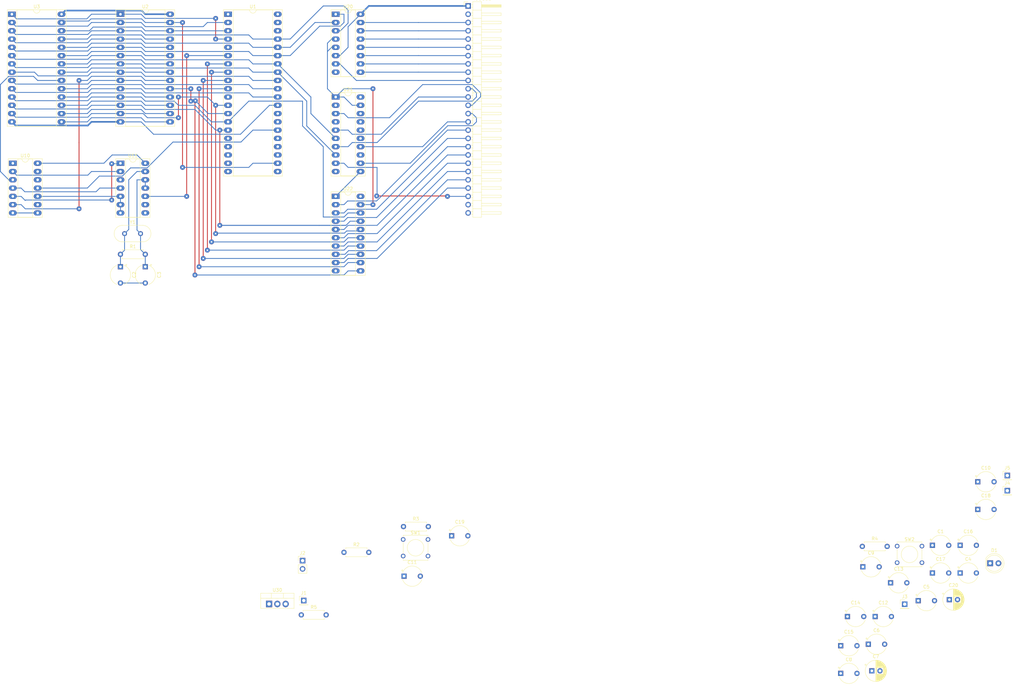
<source format=kicad_pcb>
(kicad_pcb (version 20171130) (host pcbnew 5.1.9+dfsg1-1~bpo10+1)
  (layers (0 F.Cu signal) (31 B.Cu signal) (34 B.Paste user hide) (35 F.Paste user hide) (36 B.SilkS user hide) (37 F.SilkS user hide) (38 B.Mask user hide) (39 F.Mask user hide) (44 Edge.Cuts user hide))
  (net 0 "")
  (net 1 GND)
  (net 2 "Net-(C1-Pad1)")
  (net 3 "Net-(C2-Pad1)")
  (net 4 "Net-(C3-Pad1)")
  (net 5 "Net-(C4-Pad1)")
  (net 6 VCC)
  (net 7 "Net-(C6-Pad1)")
  (net 8 "Net-(D1-Pad1)")
  (net 9 "Net-(D1-Pad2)")
  (net 10 /IOEN0)
  (net 11 /IOEN1)
  (net 12 /IOEN2)
  (net 13 /IOEN3)
  (net 14 /IOEN4)
  (net 15 /IOEN5)
  (net 16 /IOEN6)
  (net 17 /IOEN7)
  (net 18 /IOADDR0)
  (net 19 /IOADDR1)
  (net 20 /IOADDR2)
  (net 21 /IOADDR3)
  (net 22 /IOADDR4)
  (net 23 /IOD0)
  (net 24 /IOD1)
  (net 25 /IOD2)
  (net 26 /IOD3)
  (net 27 /IOD4)
  (net 28 /IOD5)
  (net 29 /IOD6)
  (net 30 /IOD7)
  (net 31 /IOWR)
  (net 32 "Net-(J5-Pad1)")
  (net 33 "Net-(R3-Pad1)")
  (net 34 /A11)
  (net 35 /RD)
  (net 36 /A12)
  (net 37 /WR)
  (net 38 /A13)
  (net 39 "Net-(U1-Pad23)")
  (net 40 /A14)
  (net 41 /A15)
  (net 42 "Net-(U1-Pad6)")
  (net 43 "Net-(U1-Pad26)")
  (net 44 /D4)
  (net 45 "Net-(U1-Pad27)")
  (net 46 /D3)
  (net 47 "Net-(U1-Pad28)")
  (net 48 /D5)
  (net 49 /D6)
  (net 50 /A0)
  (net 51 /A1)
  (net 52 /D2)
  (net 53 /A2)
  (net 54 /D7)
  (net 55 /A3)
  (net 56 /D0)
  (net 57 /A4)
  (net 58 /D1)
  (net 59 /A5)
  (net 60 /A6)
  (net 61 /A7)
  (net 62 /A8)
  (net 63 "Net-(U1-Pad19)")
  (net 64 /A9)
  (net 65 /IORQ)
  (net 66 /A10)
  (net 67 /ROMEN)
  (net 68 /RAMEN)
  (net 69 "Net-(U10-Pad1)")
  (net 70 "Net-(U10-Pad2)")
  (net 71 "Net-(U11-Pad3)")
  (net 72 "Net-(U21-Pad18)")
  (net 73 "Net-(U21-Pad16)")
  (net 74 "Net-(U21-Pad4)")
  (net 75 "Net-(U21-Pad2)")
  (module Connector_PinHeader_2.54mm:PinHeader_1x26_P2.54mm_Horizontal (layer F.Cu) (at 160.02 15.24)
    (fp_text reference IOBUS1 (at 4.385 -2.27) (layer F.SilkS))
    (fp_text value IO_bus_conn)
    (pad 1 thru_hole rect (at 0 0) (size 1.7 1.7) (drill 1) (layers *.Cu *.Mask) (net 6 VCC))
    (pad 2 thru_hole oval (at 0 2.54) (size 1.7 1.7) (drill 1) (layers *.Cu *.Mask) (net 1 GND))
    (pad 3 thru_hole oval (at 0 5.08) (size 1.7 1.7) (drill 1) (layers *.Cu *.Mask) (net 10 /IOEN0))
    (pad 4 thru_hole oval (at 0 7.62) (size 1.7 1.7) (drill 1) (layers *.Cu *.Mask) (net 11 /IOEN1))
    (pad 5 thru_hole oval (at 0 10.16) (size 1.7 1.7) (drill 1) (layers *.Cu *.Mask) (net 12 /IOEN2))
    (pad 6 thru_hole oval (at 0 12.7) (size 1.7 1.7) (drill 1) (layers *.Cu *.Mask) (net 13 /IOEN3))
    (pad 7 thru_hole oval (at 0 15.24) (size 1.7 1.7) (drill 1) (layers *.Cu *.Mask) (net 14 /IOEN4))
    (pad 8 thru_hole oval (at 0 17.78) (size 1.7 1.7) (drill 1) (layers *.Cu *.Mask) (net 15 /IOEN5))
    (pad 9 thru_hole oval (at 0 20.32) (size 1.7 1.7) (drill 1) (layers *.Cu *.Mask) (net 16 /IOEN6))
    (pad 10 thru_hole oval (at 0 22.86) (size 1.7 1.7) (drill 1) (layers *.Cu *.Mask) (net 17 /IOEN7))
    (pad 11 thru_hole oval (at 0 25.4) (size 1.7 1.7) (drill 1) (layers *.Cu *.Mask) (net 18 /IOADDR0))
    (pad 12 thru_hole oval (at 0 27.94) (size 1.7 1.7) (drill 1) (layers *.Cu *.Mask) (net 19 /IOADDR1))
    (pad 13 thru_hole oval (at 0 30.48) (size 1.7 1.7) (drill 1) (layers *.Cu *.Mask) (net 20 /IOADDR2))
    (pad 14 thru_hole oval (at 0 33.02) (size 1.7 1.7) (drill 1) (layers *.Cu *.Mask) (net 21 /IOADDR3))
    (pad 15 thru_hole oval (at 0 35.56) (size 1.7 1.7) (drill 1) (layers *.Cu *.Mask) (net 22 /IOADDR4))
    (pad 16 thru_hole oval (at 0 38.1) (size 1.7 1.7) (drill 1) (layers *.Cu *.Mask) (net 23 /IOD0))
    (pad 17 thru_hole oval (at 0 40.64) (size 1.7 1.7) (drill 1) (layers *.Cu *.Mask) (net 24 /IOD1))
    (pad 18 thru_hole oval (at 0 43.18) (size 1.7 1.7) (drill 1) (layers *.Cu *.Mask) (net 25 /IOD2))
    (pad 19 thru_hole oval (at 0 45.72) (size 1.7 1.7) (drill 1) (layers *.Cu *.Mask) (net 26 /IOD3))
    (pad 20 thru_hole oval (at 0 48.26) (size 1.7 1.7) (drill 1) (layers *.Cu *.Mask) (net 27 /IOD4))
    (pad 21 thru_hole oval (at 0 50.8) (size 1.7 1.7) (drill 1) (layers *.Cu *.Mask) (net 28 /IOD5))
    (pad 22 thru_hole oval (at 0 53.34) (size 1.7 1.7) (drill 1) (layers *.Cu *.Mask) (net 29 /IOD6))
    (pad 23 thru_hole oval (at 0 55.88) (size 1.7 1.7) (drill 1) (layers *.Cu *.Mask) (net 30 /IOD7))
    (pad 24 thru_hole oval (at 0 58.42) (size 1.7 1.7) (drill 1) (layers *.Cu *.Mask) (net 31 /IOWR))
    (pad 25 thru_hole oval (at 0 60.96) (size 1.7 1.7) (drill 1) (layers *.Cu *.Mask) (net 1 GND))
    (pad 26 thru_hole oval (at 0 63.5) (size 1.7 1.7) (drill 1) (layers *.Cu *.Mask) (net 6 VCC))
  )
  (module Capacitor_THT:CP_Radial_Tantal_D6.0mm_P5.00mm (layer F.Cu) (at 53.34 95.25 270)
    (fp_text reference C2 (at 2.5 -4.25 90) (layer F.SilkS))
    (fp_text value 30pF)
    (pad 1 thru_hole rect (at 0 0 270) (size 1.6 1.6) (drill 0.8) (layers *.Cu *.Mask) (net 3 "Net-(C2-Pad1)"))
    (pad 2 thru_hole circle (at 5 0 270) (size 1.6 1.6) (drill 0.8) (layers *.Cu *.Mask) (net 1 GND))
  )
  (module Capacitor_THT:CP_Radial_Tantal_D6.0mm_P5.00mm (layer F.Cu) (at 60.96 95.25 270)
    (fp_text reference C3 (at 2.5 -4.25 90) (layer F.SilkS))
    (fp_text value 30pF)
    (pad 2 thru_hole circle (at 5 0 270) (size 1.6 1.6) (drill 0.8) (layers *.Cu *.Mask) (net 1 GND))
    (pad 1 thru_hole rect (at 0 0 270) (size 1.6 1.6) (drill 0.8) (layers *.Cu *.Mask) (net 4 "Net-(C3-Pad1)"))
  )
  (module Capacitor_THT:CP_Radial_Tantal_D6.0mm_P5.00mm (layer F.Cu) (at 302.465001 180.725001)
    (fp_text reference C1 (at 2.5 -4.25) (layer F.SilkS))
    (fp_text value 10uF)
    (pad 2 thru_hole circle (at 5 0) (size 1.6 1.6) (drill 0.8) (layers *.Cu *.Mask) (net 1 GND))
    (pad 1 thru_hole rect (at 0 0) (size 1.6 1.6) (drill 0.8) (layers *.Cu *.Mask) (net 2 "Net-(C1-Pad1)"))
  )
  (module Capacitor_THT:CP_Radial_Tantal_D6.0mm_P5.00mm (layer F.Cu) (at 310.955001 189.215001)
    (fp_text reference C4 (at 2.5 -4.25) (layer F.SilkS))
    (fp_text value 0,22uF)
    (pad 2 thru_hole circle (at 5 0) (size 1.6 1.6) (drill 0.8) (layers *.Cu *.Mask) (net 1 GND))
    (pad 1 thru_hole rect (at 0 0) (size 1.6 1.6) (drill 0.8) (layers *.Cu *.Mask) (net 5 "Net-(C4-Pad1)"))
  )
  (module Capacitor_THT:CP_Radial_Tantal_D6.0mm_P5.00mm (layer F.Cu) (at 298.105001 197.705001)
    (fp_text reference C5 (at 2.5 -4.25) (layer F.SilkS))
    (fp_text value 0,1uF)
    (pad 1 thru_hole rect (at 0 0) (size 1.6 1.6) (drill 0.8) (layers *.Cu *.Mask) (net 6 VCC))
    (pad 2 thru_hole circle (at 5 0) (size 1.6 1.6) (drill 0.8) (layers *.Cu *.Mask) (net 1 GND))
  )
  (module Capacitor_THT:CP_Radial_Tantal_D6.0mm_P5.00mm (layer F.Cu) (at 282.805001 211.065001)
    (fp_text reference C6 (at 2.5 -4.25) (layer F.SilkS))
    (fp_text value 10uF)
    (pad 2 thru_hole circle (at 5 0) (size 1.6 1.6) (drill 0.8) (layers *.Cu *.Mask) (net 1 GND))
    (pad 1 thru_hole rect (at 0 0) (size 1.6 1.6) (drill 0.8) (layers *.Cu *.Mask) (net 7 "Net-(C6-Pad1)"))
  )
  (module Capacitor_THT:CP_Radial_D6.3mm_P2.50mm (layer F.Cu) (at 283.870242 219.235001)
    (fp_text reference C7 (at 1.25 -4.4) (layer F.SilkS))
    (fp_text value 470uF)
    (pad 1 thru_hole rect (at 0 0) (size 1.6 1.6) (drill 0.8) (layers *.Cu *.Mask) (net 6 VCC))
    (pad 2 thru_hole circle (at 2.5 0) (size 1.6 1.6) (drill 0.8) (layers *.Cu *.Mask) (net 1 GND))
  )
  (module Capacitor_THT:CP_Radial_Tantal_D6.0mm_P5.00mm (layer F.Cu) (at 274.315001 220.015001)
    (fp_text reference C8 (at 2.5 -4.25) (layer F.SilkS))
    (fp_text value 100nF)
    (pad 2 thru_hole circle (at 5 0) (size 1.6 1.6) (drill 0.8) (layers *.Cu *.Mask) (net 6 VCC))
    (pad 1 thru_hole rect (at 0 0) (size 1.6 1.6) (drill 0.8) (layers *.Cu *.Mask) (net 1 GND))
  )
  (module Capacitor_THT:CP_Radial_Tantal_D6.0mm_P5.00mm (layer F.Cu) (at 281.125001 187.325001)
    (fp_text reference C9 (at 2.5 -4.25) (layer F.SilkS))
    (fp_text value 56pF)
    (pad 1 thru_hole rect (at 0 0) (size 1.6 1.6) (drill 0.8) (layers *.Cu *.Mask) (net 1 GND))
    (pad 2 thru_hole circle (at 5 0) (size 1.6 1.6) (drill 0.8) (layers *.Cu *.Mask) (net 6 VCC))
  )
  (module Capacitor_THT:CP_Radial_Tantal_D6.0mm_P5.00mm (layer F.Cu) (at 316.375001 161.225001)
    (fp_text reference C10 (at 2.5 -4.25) (layer F.SilkS))
    (fp_text value 56pF)
    (pad 1 thru_hole rect (at 0 0) (size 1.6 1.6) (drill 0.8) (layers *.Cu *.Mask) (net 1 GND))
    (pad 2 thru_hole circle (at 5 0) (size 1.6 1.6) (drill 0.8) (layers *.Cu *.Mask) (net 6 VCC))
  )
  (module Capacitor_THT:CP_Radial_Tantal_D6.0mm_P5.00mm (layer F.Cu) (at 140.349001 190.189001)
    (fp_text reference C11 (at 2.5 -4.25) (layer F.SilkS))
    (fp_text value 100nF)
    (pad 2 thru_hole circle (at 5 0) (size 1.6 1.6) (drill 0.8) (layers *.Cu *.Mask) (net 6 VCC))
    (pad 1 thru_hole rect (at 0 0) (size 1.6 1.6) (drill 0.8) (layers *.Cu *.Mask) (net 1 GND))
  )
  (module Capacitor_THT:CP_Radial_Tantal_D6.0mm_P5.00mm (layer F.Cu) (at 284.885001 202.575001)
    (fp_text reference C12 (at 2.5 -4.25) (layer F.SilkS))
    (fp_text value 56pF)
    (pad 1 thru_hole rect (at 0 0) (size 1.6 1.6) (drill 0.8) (layers *.Cu *.Mask) (net 1 GND))
    (pad 2 thru_hole circle (at 5 0) (size 1.6 1.6) (drill 0.8) (layers *.Cu *.Mask) (net 6 VCC))
  )
  (module Capacitor_THT:CP_Radial_Tantal_D6.0mm_P5.00mm (layer F.Cu) (at 289.615001 192.225001)
    (fp_text reference C13 (at 2.5 -4.25) (layer F.SilkS))
    (fp_text value 100nF)
    (pad 2 thru_hole circle (at 5 0) (size 1.6 1.6) (drill 0.8) (layers *.Cu *.Mask) (net 6 VCC))
    (pad 1 thru_hole rect (at 0 0) (size 1.6 1.6) (drill 0.8) (layers *.Cu *.Mask) (net 1 GND))
  )
  (module Capacitor_THT:CP_Radial_Tantal_D6.0mm_P5.00mm (layer F.Cu) (at 276.395001 202.575001)
    (fp_text reference C14 (at 2.5 -4.25) (layer F.SilkS))
    (fp_text value 100nF)
    (pad 1 thru_hole rect (at 0 0) (size 1.6 1.6) (drill 0.8) (layers *.Cu *.Mask) (net 1 GND))
    (pad 2 thru_hole circle (at 5 0) (size 1.6 1.6) (drill 0.8) (layers *.Cu *.Mask) (net 6 VCC))
  )
  (module Capacitor_THT:CP_Radial_Tantal_D6.0mm_P5.00mm (layer F.Cu) (at 274.315001 211.525001)
    (fp_text reference C15 (at 2.5 -4.25) (layer F.SilkS))
    (fp_text value 56pF)
    (pad 2 thru_hole circle (at 5 0) (size 1.6 1.6) (drill 0.8) (layers *.Cu *.Mask) (net 6 VCC))
    (pad 1 thru_hole rect (at 0 0) (size 1.6 1.6) (drill 0.8) (layers *.Cu *.Mask) (net 1 GND))
  )
  (module Capacitor_THT:CP_Radial_Tantal_D6.0mm_P5.00mm (layer F.Cu) (at 310.955001 180.725001)
    (fp_text reference C16 (at 2.5 -4.25) (layer F.SilkS))
    (fp_text value 100nF)
    (pad 1 thru_hole rect (at 0 0) (size 1.6 1.6) (drill 0.8) (layers *.Cu *.Mask) (net 1 GND))
    (pad 2 thru_hole circle (at 5 0) (size 1.6 1.6) (drill 0.8) (layers *.Cu *.Mask) (net 6 VCC))
  )
  (module Capacitor_THT:CP_Radial_Tantal_D6.0mm_P5.00mm (layer F.Cu) (at 302.465001 189.215001)
    (fp_text reference C17 (at 2.5 -4.25) (layer F.SilkS))
    (fp_text value 56pF)
    (pad 1 thru_hole rect (at 0 0) (size 1.6 1.6) (drill 0.8) (layers *.Cu *.Mask) (net 1 GND))
    (pad 2 thru_hole circle (at 5 0) (size 1.6 1.6) (drill 0.8) (layers *.Cu *.Mask) (net 6 VCC))
  )
  (module Capacitor_THT:CP_Radial_Tantal_D6.0mm_P5.00mm (layer F.Cu) (at 316.375001 169.715001)
    (fp_text reference C18 (at 2.5 -4.25) (layer F.SilkS))
    (fp_text value 100nF)
    (pad 2 thru_hole circle (at 5 0) (size 1.6 1.6) (drill 0.8) (layers *.Cu *.Mask) (net 6 VCC))
    (pad 1 thru_hole rect (at 0 0) (size 1.6 1.6) (drill 0.8) (layers *.Cu *.Mask) (net 1 GND))
  )
  (module Capacitor_THT:CP_Radial_Tantal_D6.0mm_P5.00mm (layer F.Cu) (at 154.94 177.8)
    (fp_text reference C19 (at 2.5 -4.25) (layer F.SilkS))
    (fp_text value 56pF)
    (pad 1 thru_hole rect (at 0 0) (size 1.6 1.6) (drill 0.8) (layers *.Cu *.Mask) (net 1 GND))
    (pad 2 thru_hole circle (at 5 0) (size 1.6 1.6) (drill 0.8) (layers *.Cu *.Mask) (net 6 VCC))
  )
  (module Capacitor_THT:CP_Radial_D6.3mm_P2.50mm (layer F.Cu) (at 307.660242 197.385001)
    (fp_text reference C20 (at 1.25 -4.4) (layer F.SilkS))
    (fp_text value 470uF)
    (pad 2 thru_hole circle (at 2.5 0) (size 1.6 1.6) (drill 0.8) (layers *.Cu *.Mask) (net 1 GND))
    (pad 1 thru_hole rect (at 0 0) (size 1.6 1.6) (drill 0.8) (layers *.Cu *.Mask) (net 6 VCC))
  )
  (module LED_THT:LED_D5.0mm (layer F.Cu) (at 320.175001 186.225001)
    (fp_text reference D1 (at 1.27 -3.96) (layer F.SilkS))
    (fp_text value LED)
    (pad 1 thru_hole rect (at 0 0) (size 1.8 1.8) (drill 0.9) (layers *.Cu *.Mask) (net 8 "Net-(D1-Pad1)"))
    (pad 2 thru_hole circle (at 2.54 0) (size 1.8 1.8) (drill 0.9) (layers *.Cu *.Mask) (net 9 "Net-(D1-Pad2)"))
  )
  (module Connector_PinHeader_2.54mm:PinHeader_1x01_P2.54mm_Vertical (layer F.Cu) (at 109.579001 197.669001)
    (fp_text reference J1 (at 0 -2.33) (layer F.SilkS))
    (fp_text value panel_btn_brk)
    (pad 1 thru_hole rect (at 0 0) (size 1.7 1.7) (drill 1) (layers *.Cu *.Mask) (net 2 "Net-(C1-Pad1)"))
  )
  (module Connector_PinHeader_2.54mm:PinHeader_1x02_P2.54mm_Vertical (layer F.Cu) (at 109.22 185.42)
    (fp_text reference J2 (at 0 -2.33) (layer F.SilkS))
    (fp_text value "Power input")
    (pad 1 thru_hole rect (at 0 0) (size 1.7 1.7) (drill 1) (layers *.Cu *.Mask) (net 5 "Net-(C4-Pad1)"))
    (pad 2 thru_hole oval (at 0 2.54) (size 1.7 1.7) (drill 1) (layers *.Cu *.Mask) (net 1 GND))
  )
  (module Connector_PinHeader_2.54mm:PinHeader_1x01_P2.54mm_Vertical (layer F.Cu) (at 293.955001 198.795001)
    (fp_text reference J3 (at 0 -2.33) (layer F.SilkS))
    (fp_text value panel_led_halt)
    (pad 1 thru_hole rect (at 0 0) (size 1.7 1.7) (drill 1) (layers *.Cu *.Mask) (net 8 "Net-(D1-Pad1)"))
  )
  (module Connector_PinHeader_2.54mm:PinHeader_1x01_P2.54mm_Vertical (layer F.Cu) (at 325.445001 163.955001)
    (fp_text reference J4 (at 0 -2.33) (layer F.SilkS))
    (fp_text value panel_btn_rst)
    (pad 1 thru_hole rect (at 0 0) (size 1.7 1.7) (drill 1) (layers *.Cu *.Mask) (net 7 "Net-(C6-Pad1)"))
  )
  (module Connector_PinHeader_2.54mm:PinHeader_1x01_P2.54mm_Vertical (layer F.Cu) (at 325.445001 159.305001)
    (fp_text reference J5 (at 0 -2.33) (layer F.SilkS))
    (fp_text value nmi)
    (pad 1 thru_hole rect (at 0 0) (size 1.7 1.7) (drill 1) (layers *.Cu *.Mask) (net 32 "Net-(J5-Pad1)"))
  )
  (module Resistor_THT:R_Axial_DIN0207_L6.3mm_D2.5mm_P7.62mm_Horizontal (layer F.Cu) (at 53.34 91.44)
    (fp_text reference R1 (at 3.81 -2.37) (layer F.SilkS))
    (fp_text value 3,3M)
    (pad 2 thru_hole oval (at 7.62 0) (size 1.6 1.6) (drill 0.8) (layers *.Cu *.Mask) (net 4 "Net-(C3-Pad1)"))
    (pad 1 thru_hole circle (at 0 0) (size 1.6 1.6) (drill 0.8) (layers *.Cu *.Mask) (net 3 "Net-(C2-Pad1)"))
  )
  (module Resistor_THT:R_Axial_DIN0207_L6.3mm_D2.5mm_P7.62mm_Horizontal (layer F.Cu) (at 121.92 182.88)
    (fp_text reference R2 (at 3.81 -2.37) (layer F.SilkS))
    (fp_text value 10k)
    (pad 2 thru_hole oval (at 7.62 0) (size 1.6 1.6) (drill 0.8) (layers *.Cu *.Mask) (net 6 VCC))
    (pad 1 thru_hole circle (at 0 0) (size 1.6 1.6) (drill 0.8) (layers *.Cu *.Mask) (net 2 "Net-(C1-Pad1)"))
  )
  (module Resistor_THT:R_Axial_DIN0207_L6.3mm_D2.5mm_P7.62mm_Horizontal (layer F.Cu) (at 140.179001 174.969001)
    (fp_text reference R3 (at 3.81 -2.37) (layer F.SilkS))
    (fp_text value 10k)
    (pad 1 thru_hole circle (at 0 0) (size 1.6 1.6) (drill 0.8) (layers *.Cu *.Mask) (net 33 "Net-(R3-Pad1)"))
    (pad 2 thru_hole oval (at 7.62 0) (size 1.6 1.6) (drill 0.8) (layers *.Cu *.Mask) (net 6 VCC))
  )
  (module Resistor_THT:R_Axial_DIN0207_L6.3mm_D2.5mm_P7.62mm_Horizontal (layer F.Cu) (at 280.955001 181.055001)
    (fp_text reference R4 (at 3.81 -2.37) (layer F.SilkS))
    (fp_text value 470)
    (pad 1 thru_hole circle (at 0 0) (size 1.6 1.6) (drill 0.8) (layers *.Cu *.Mask) (net 9 "Net-(D1-Pad2)"))
    (pad 2 thru_hole oval (at 7.62 0) (size 1.6 1.6) (drill 0.8) (layers *.Cu *.Mask) (net 6 VCC))
  )
  (module Resistor_THT:R_Axial_DIN0207_L6.3mm_D2.5mm_P7.62mm_Horizontal (layer F.Cu) (at 108.829001 202.069001)
    (fp_text reference R5 (at 3.81 -2.37) (layer F.SilkS))
    (fp_text value 270k)
    (pad 1 thru_hole circle (at 0 0) (size 1.6 1.6) (drill 0.8) (layers *.Cu *.Mask) (net 6 VCC))
    (pad 2 thru_hole oval (at 7.62 0) (size 1.6 1.6) (drill 0.8) (layers *.Cu *.Mask) (net 7 "Net-(C6-Pad1)"))
  )
  (module Button_Switch_THT:SW_Tactile_Straight_KSA0Axx1LFTR (layer F.Cu) (at 140.079001 178.929001)
    (fp_text reference SW1 (at 3.81 -2.08) (layer F.SilkS))
    (fp_text value SW_Push)
    (pad 1 thru_hole circle (at 7.62 0) (size 1.397 1.397) (drill 0.8128) (layers *.Cu *.Mask) (net 1 GND))
    (pad 2 thru_hole circle (at 7.62 5.08) (size 1.397 1.397) (drill 0.8128) (layers *.Cu *.Mask) (net 7 "Net-(C6-Pad1)"))
    (pad 1 thru_hole circle (at 0 0) (size 1.397 1.397) (drill 0.8128) (layers *.Cu *.Mask) (net 1 GND))
    (pad 2 thru_hole circle (at 0 5.08) (size 1.397 1.397) (drill 0.8128) (layers *.Cu *.Mask) (net 7 "Net-(C6-Pad1)"))
  )
  (module Button_Switch_THT:SW_Tactile_Straight_KSA0Axx1LFTR (layer F.Cu) (at 291.625001 180.965001)
    (fp_text reference SW2 (at 3.81 -2.08) (layer F.SilkS))
    (fp_text value Break)
    (pad 2 thru_hole circle (at 0 5.08) (size 1.397 1.397) (drill 0.8128) (layers *.Cu *.Mask) (net 2 "Net-(C1-Pad1)"))
    (pad 1 thru_hole circle (at 0 0) (size 1.397 1.397) (drill 0.8128) (layers *.Cu *.Mask) (net 1 GND))
    (pad 2 thru_hole circle (at 7.62 5.08) (size 1.397 1.397) (drill 0.8128) (layers *.Cu *.Mask) (net 2 "Net-(C1-Pad1)"))
    (pad 1 thru_hole circle (at 7.62 0) (size 1.397 1.397) (drill 0.8128) (layers *.Cu *.Mask) (net 1 GND))
  )
  (module Package_DIP:DIP-40_W15.24mm_Socket_LongPads (layer F.Cu) (at 86.36 17.78)
    (fp_text reference U1 (at 7.62 -2.33) (layer F.SilkS))
    (fp_text value Z80CPU)
    (pad 1 thru_hole rect (at 0 0) (size 2.4 1.6) (drill 0.8) (layers *.Cu *.Mask) (net 34 /A11))
    (pad 21 thru_hole oval (at 15.24 48.26) (size 2.4 1.6) (drill 0.8) (layers *.Cu *.Mask) (net 35 /RD))
    (pad 2 thru_hole oval (at 0 2.54) (size 2.4 1.6) (drill 0.8) (layers *.Cu *.Mask) (net 36 /A12))
    (pad 22 thru_hole oval (at 15.24 45.72) (size 2.4 1.6) (drill 0.8) (layers *.Cu *.Mask) (net 37 /WR))
    (pad 3 thru_hole oval (at 0 5.08) (size 2.4 1.6) (drill 0.8) (layers *.Cu *.Mask) (net 38 /A13))
    (pad 23 thru_hole oval (at 15.24 43.18) (size 2.4 1.6) (drill 0.8) (layers *.Cu *.Mask) (net 39 "Net-(U1-Pad23)"))
    (pad 4 thru_hole oval (at 0 7.62) (size 2.4 1.6) (drill 0.8) (layers *.Cu *.Mask) (net 40 /A14))
    (pad 24 thru_hole oval (at 15.24 40.64) (size 2.4 1.6) (drill 0.8) (layers *.Cu *.Mask) (net 6 VCC))
    (pad 5 thru_hole oval (at 0 10.16) (size 2.4 1.6) (drill 0.8) (layers *.Cu *.Mask) (net 41 /A15))
    (pad 25 thru_hole oval (at 15.24 38.1) (size 2.4 1.6) (drill 0.8) (layers *.Cu *.Mask) (net 6 VCC))
    (pad 6 thru_hole oval (at 0 12.7) (size 2.4 1.6) (drill 0.8) (layers *.Cu *.Mask) (net 42 "Net-(U1-Pad6)"))
    (pad 26 thru_hole oval (at 15.24 35.56) (size 2.4 1.6) (drill 0.8) (layers *.Cu *.Mask) (net 43 "Net-(U1-Pad26)"))
    (pad 7 thru_hole oval (at 0 15.24) (size 2.4 1.6) (drill 0.8) (layers *.Cu *.Mask) (net 44 /D4))
    (pad 27 thru_hole oval (at 15.24 33.02) (size 2.4 1.6) (drill 0.8) (layers *.Cu *.Mask) (net 45 "Net-(U1-Pad27)"))
    (pad 8 thru_hole oval (at 0 17.78) (size 2.4 1.6) (drill 0.8) (layers *.Cu *.Mask) (net 46 /D3))
    (pad 28 thru_hole oval (at 15.24 30.48) (size 2.4 1.6) (drill 0.8) (layers *.Cu *.Mask) (net 47 "Net-(U1-Pad28)"))
    (pad 9 thru_hole oval (at 0 20.32) (size 2.4 1.6) (drill 0.8) (layers *.Cu *.Mask) (net 48 /D5))
    (pad 29 thru_hole oval (at 15.24 27.94) (size 2.4 1.6) (drill 0.8) (layers *.Cu *.Mask) (net 1 GND))
    (pad 10 thru_hole oval (at 0 22.86) (size 2.4 1.6) (drill 0.8) (layers *.Cu *.Mask) (net 49 /D6))
    (pad 30 thru_hole oval (at 15.24 25.4) (size 2.4 1.6) (drill 0.8) (layers *.Cu *.Mask) (net 50 /A0))
    (pad 11 thru_hole oval (at 0 25.4) (size 2.4 1.6) (drill 0.8) (layers *.Cu *.Mask) (net 6 VCC))
    (pad 31 thru_hole oval (at 15.24 22.86) (size 2.4 1.6) (drill 0.8) (layers *.Cu *.Mask) (net 51 /A1))
    (pad 12 thru_hole oval (at 0 27.94) (size 2.4 1.6) (drill 0.8) (layers *.Cu *.Mask) (net 52 /D2))
    (pad 32 thru_hole oval (at 15.24 20.32) (size 2.4 1.6) (drill 0.8) (layers *.Cu *.Mask) (net 53 /A2))
    (pad 13 thru_hole oval (at 0 30.48) (size 2.4 1.6) (drill 0.8) (layers *.Cu *.Mask) (net 54 /D7))
    (pad 33 thru_hole oval (at 15.24 17.78) (size 2.4 1.6) (drill 0.8) (layers *.Cu *.Mask) (net 55 /A3))
    (pad 14 thru_hole oval (at 0 33.02) (size 2.4 1.6) (drill 0.8) (layers *.Cu *.Mask) (net 56 /D0))
    (pad 34 thru_hole oval (at 15.24 15.24) (size 2.4 1.6) (drill 0.8) (layers *.Cu *.Mask) (net 57 /A4))
    (pad 15 thru_hole oval (at 0 35.56) (size 2.4 1.6) (drill 0.8) (layers *.Cu *.Mask) (net 58 /D1))
    (pad 35 thru_hole oval (at 15.24 12.7) (size 2.4 1.6) (drill 0.8) (layers *.Cu *.Mask) (net 59 /A5))
    (pad 16 thru_hole oval (at 0 38.1) (size 2.4 1.6) (drill 0.8) (layers *.Cu *.Mask) (net 2 "Net-(C1-Pad1)"))
    (pad 36 thru_hole oval (at 15.24 10.16) (size 2.4 1.6) (drill 0.8) (layers *.Cu *.Mask) (net 60 /A6))
    (pad 17 thru_hole oval (at 0 40.64) (size 2.4 1.6) (drill 0.8) (layers *.Cu *.Mask) (net 33 "Net-(R3-Pad1)"))
    (pad 37 thru_hole oval (at 15.24 7.62) (size 2.4 1.6) (drill 0.8) (layers *.Cu *.Mask) (net 61 /A7))
    (pad 18 thru_hole oval (at 0 43.18) (size 2.4 1.6) (drill 0.8) (layers *.Cu *.Mask) (net 8 "Net-(D1-Pad1)"))
    (pad 38 thru_hole oval (at 15.24 5.08) (size 2.4 1.6) (drill 0.8) (layers *.Cu *.Mask) (net 62 /A8))
    (pad 19 thru_hole oval (at 0 45.72) (size 2.4 1.6) (drill 0.8) (layers *.Cu *.Mask) (net 63 "Net-(U1-Pad19)"))
    (pad 39 thru_hole oval (at 15.24 2.54) (size 2.4 1.6) (drill 0.8) (layers *.Cu *.Mask) (net 64 /A9))
    (pad 20 thru_hole oval (at 0 48.26) (size 2.4 1.6) (drill 0.8) (layers *.Cu *.Mask) (net 65 /IORQ))
    (pad 40 thru_hole oval (at 15.24 0) (size 2.4 1.6) (drill 0.8) (layers *.Cu *.Mask) (net 66 /A10))
  )
  (module Package_DIP:DIP-28_W15.24mm_Socket_LongPads (layer F.Cu) (at 53.34 17.78)
    (fp_text reference U2 (at 7.62 -2.33) (layer F.SilkS))
    (fp_text value "256k (32k x 8) EEPROM")
    (pad 28 thru_hole oval (at 15.24 0) (size 2.4 1.6) (drill 0.8) (layers *.Cu *.Mask) (net 6 VCC))
    (pad 14 thru_hole oval (at 0 33.02) (size 2.4 1.6) (drill 0.8) (layers *.Cu *.Mask) (net 1 GND))
    (pad 27 thru_hole oval (at 15.24 2.54) (size 2.4 1.6) (drill 0.8) (layers *.Cu *.Mask) (net 37 /WR))
    (pad 13 thru_hole oval (at 0 30.48) (size 2.4 1.6) (drill 0.8) (layers *.Cu *.Mask) (net 52 /D2))
    (pad 26 thru_hole oval (at 15.24 5.08) (size 2.4 1.6) (drill 0.8) (layers *.Cu *.Mask) (net 38 /A13))
    (pad 12 thru_hole oval (at 0 27.94) (size 2.4 1.6) (drill 0.8) (layers *.Cu *.Mask) (net 58 /D1))
    (pad 25 thru_hole oval (at 15.24 7.62) (size 2.4 1.6) (drill 0.8) (layers *.Cu *.Mask) (net 62 /A8))
    (pad 11 thru_hole oval (at 0 25.4) (size 2.4 1.6) (drill 0.8) (layers *.Cu *.Mask) (net 56 /D0))
    (pad 24 thru_hole oval (at 15.24 10.16) (size 2.4 1.6) (drill 0.8) (layers *.Cu *.Mask) (net 64 /A9))
    (pad 10 thru_hole oval (at 0 22.86) (size 2.4 1.6) (drill 0.8) (layers *.Cu *.Mask) (net 50 /A0))
    (pad 23 thru_hole oval (at 15.24 12.7) (size 2.4 1.6) (drill 0.8) (layers *.Cu *.Mask) (net 34 /A11))
    (pad 9 thru_hole oval (at 0 20.32) (size 2.4 1.6) (drill 0.8) (layers *.Cu *.Mask) (net 51 /A1))
    (pad 22 thru_hole oval (at 15.24 15.24) (size 2.4 1.6) (drill 0.8) (layers *.Cu *.Mask) (net 35 /RD))
    (pad 8 thru_hole oval (at 0 17.78) (size 2.4 1.6) (drill 0.8) (layers *.Cu *.Mask) (net 53 /A2))
    (pad 21 thru_hole oval (at 15.24 17.78) (size 2.4 1.6) (drill 0.8) (layers *.Cu *.Mask) (net 66 /A10))
    (pad 7 thru_hole oval (at 0 15.24) (size 2.4 1.6) (drill 0.8) (layers *.Cu *.Mask) (net 55 /A3))
    (pad 20 thru_hole oval (at 15.24 20.32) (size 2.4 1.6) (drill 0.8) (layers *.Cu *.Mask) (net 67 /ROMEN))
    (pad 6 thru_hole oval (at 0 12.7) (size 2.4 1.6) (drill 0.8) (layers *.Cu *.Mask) (net 57 /A4))
    (pad 19 thru_hole oval (at 15.24 22.86) (size 2.4 1.6) (drill 0.8) (layers *.Cu *.Mask) (net 54 /D7))
    (pad 5 thru_hole oval (at 0 10.16) (size 2.4 1.6) (drill 0.8) (layers *.Cu *.Mask) (net 59 /A5))
    (pad 18 thru_hole oval (at 15.24 25.4) (size 2.4 1.6) (drill 0.8) (layers *.Cu *.Mask) (net 49 /D6))
    (pad 4 thru_hole oval (at 0 7.62) (size 2.4 1.6) (drill 0.8) (layers *.Cu *.Mask) (net 60 /A6))
    (pad 17 thru_hole oval (at 15.24 27.94) (size 2.4 1.6) (drill 0.8) (layers *.Cu *.Mask) (net 48 /D5))
    (pad 3 thru_hole oval (at 0 5.08) (size 2.4 1.6) (drill 0.8) (layers *.Cu *.Mask) (net 61 /A7))
    (pad 16 thru_hole oval (at 15.24 30.48) (size 2.4 1.6) (drill 0.8) (layers *.Cu *.Mask) (net 44 /D4))
    (pad 2 thru_hole oval (at 0 2.54) (size 2.4 1.6) (drill 0.8) (layers *.Cu *.Mask) (net 36 /A12))
    (pad 15 thru_hole oval (at 15.24 33.02) (size 2.4 1.6) (drill 0.8) (layers *.Cu *.Mask) (net 46 /D3))
    (pad 1 thru_hole rect (at 0 0) (size 2.4 1.6) (drill 0.8) (layers *.Cu *.Mask) (net 40 /A14))
  )
  (module Package_DIP:DIP-28_W15.24mm_Socket_LongPads (layer F.Cu) (at 20.0279 17.78)
    (fp_text reference U3 (at 7.62 -2.33) (layer F.SilkS))
    (fp_text value "256k (32k x 8) SRAM")
    (pad 1 thru_hole rect (at 0 0) (size 2.4 1.6) (drill 0.8) (layers *.Cu *.Mask) (net 40 /A14))
    (pad 15 thru_hole oval (at 15.24 33.02) (size 2.4 1.6) (drill 0.8) (layers *.Cu *.Mask) (net 46 /D3))
    (pad 2 thru_hole oval (at 0 2.54) (size 2.4 1.6) (drill 0.8) (layers *.Cu *.Mask) (net 36 /A12))
    (pad 16 thru_hole oval (at 15.24 30.48) (size 2.4 1.6) (drill 0.8) (layers *.Cu *.Mask) (net 44 /D4))
    (pad 3 thru_hole oval (at 0 5.08) (size 2.4 1.6) (drill 0.8) (layers *.Cu *.Mask) (net 61 /A7))
    (pad 17 thru_hole oval (at 15.24 27.94) (size 2.4 1.6) (drill 0.8) (layers *.Cu *.Mask) (net 48 /D5))
    (pad 4 thru_hole oval (at 0 7.62) (size 2.4 1.6) (drill 0.8) (layers *.Cu *.Mask) (net 60 /A6))
    (pad 18 thru_hole oval (at 15.24 25.4) (size 2.4 1.6) (drill 0.8) (layers *.Cu *.Mask) (net 49 /D6))
    (pad 5 thru_hole oval (at 0 10.16) (size 2.4 1.6) (drill 0.8) (layers *.Cu *.Mask) (net 59 /A5))
    (pad 19 thru_hole oval (at 15.24 22.86) (size 2.4 1.6) (drill 0.8) (layers *.Cu *.Mask) (net 54 /D7))
    (pad 6 thru_hole oval (at 0 12.7) (size 2.4 1.6) (drill 0.8) (layers *.Cu *.Mask) (net 57 /A4))
    (pad 20 thru_hole oval (at 15.24 20.32) (size 2.4 1.6) (drill 0.8) (layers *.Cu *.Mask) (net 68 /RAMEN))
    (pad 7 thru_hole oval (at 0 15.24) (size 2.4 1.6) (drill 0.8) (layers *.Cu *.Mask) (net 55 /A3))
    (pad 21 thru_hole oval (at 15.24 17.78) (size 2.4 1.6) (drill 0.8) (layers *.Cu *.Mask) (net 66 /A10))
    (pad 8 thru_hole oval (at 0 17.78) (size 2.4 1.6) (drill 0.8) (layers *.Cu *.Mask) (net 53 /A2))
    (pad 22 thru_hole oval (at 15.24 15.24) (size 2.4 1.6) (drill 0.8) (layers *.Cu *.Mask) (net 35 /RD))
    (pad 9 thru_hole oval (at 0 20.32) (size 2.4 1.6) (drill 0.8) (layers *.Cu *.Mask) (net 51 /A1))
    (pad 23 thru_hole oval (at 15.24 12.7) (size 2.4 1.6) (drill 0.8) (layers *.Cu *.Mask) (net 34 /A11))
    (pad 10 thru_hole oval (at 0 22.86) (size 2.4 1.6) (drill 0.8) (layers *.Cu *.Mask) (net 50 /A0))
    (pad 24 thru_hole oval (at 15.24 10.16) (size 2.4 1.6) (drill 0.8) (layers *.Cu *.Mask) (net 64 /A9))
    (pad 11 thru_hole oval (at 0 25.4) (size 2.4 1.6) (drill 0.8) (layers *.Cu *.Mask) (net 56 /D0))
    (pad 25 thru_hole oval (at 15.24 7.62) (size 2.4 1.6) (drill 0.8) (layers *.Cu *.Mask) (net 62 /A8))
    (pad 12 thru_hole oval (at 0 27.94) (size 2.4 1.6) (drill 0.8) (layers *.Cu *.Mask) (net 58 /D1))
    (pad 26 thru_hole oval (at 15.24 5.08) (size 2.4 1.6) (drill 0.8) (layers *.Cu *.Mask) (net 38 /A13))
    (pad 13 thru_hole oval (at 0 30.48) (size 2.4 1.6) (drill 0.8) (layers *.Cu *.Mask) (net 52 /D2))
    (pad 27 thru_hole oval (at 15.24 2.54) (size 2.4 1.6) (drill 0.8) (layers *.Cu *.Mask) (net 37 /WR))
    (pad 14 thru_hole oval (at 0 33.02) (size 2.4 1.6) (drill 0.8) (layers *.Cu *.Mask) (net 1 GND))
    (pad 28 thru_hole oval (at 15.24 0) (size 2.4 1.6) (drill 0.8) (layers *.Cu *.Mask) (net 6 VCC))
  )
  (module Package_DIP:DIP-14_W7.62mm_Socket_LongPads (layer F.Cu) (at 20.32 63.5)
    (fp_text reference U10 (at 3.81 -2.33) (layer F.SilkS))
    (fp_text value 74HC32)
    (pad 1 thru_hole rect (at 0 0) (size 2.4 1.6) (drill 0.8) (layers *.Cu *.Mask) (net 69 "Net-(U10-Pad1)"))
    (pad 8 thru_hole oval (at 7.62 15.24) (size 2.4 1.6) (drill 0.8) (layers *.Cu *.Mask))
    (pad 2 thru_hole oval (at 0 2.54) (size 2.4 1.6) (drill 0.8) (layers *.Cu *.Mask) (net 70 "Net-(U10-Pad2)"))
    (pad 9 thru_hole oval (at 7.62 12.7) (size 2.4 1.6) (drill 0.8) (layers *.Cu *.Mask))
    (pad 3 thru_hole oval (at 0 5.08) (size 2.4 1.6) (drill 0.8) (layers *.Cu *.Mask) (net 68 /RAMEN))
    (pad 10 thru_hole oval (at 7.62 10.16) (size 2.4 1.6) (drill 0.8) (layers *.Cu *.Mask))
    (pad 4 thru_hole oval (at 0 7.62) (size 2.4 1.6) (drill 0.8) (layers *.Cu *.Mask) (net 69 "Net-(U10-Pad1)"))
    (pad 11 thru_hole oval (at 7.62 7.62) (size 2.4 1.6) (drill 0.8) (layers *.Cu *.Mask) (net 43 "Net-(U1-Pad26)"))
    (pad 5 thru_hole oval (at 0 10.16) (size 2.4 1.6) (drill 0.8) (layers *.Cu *.Mask) (net 41 /A15))
    (pad 12 thru_hole oval (at 7.62 5.08) (size 2.4 1.6) (drill 0.8) (layers *.Cu *.Mask) (net 7 "Net-(C6-Pad1)"))
    (pad 6 thru_hole oval (at 0 12.7) (size 2.4 1.6) (drill 0.8) (layers *.Cu *.Mask) (net 67 /ROMEN))
    (pad 13 thru_hole oval (at 7.62 2.54) (size 2.4 1.6) (drill 0.8) (layers *.Cu *.Mask) (net 7 "Net-(C6-Pad1)"))
    (pad 7 thru_hole oval (at 0 15.24) (size 2.4 1.6) (drill 0.8) (layers *.Cu *.Mask))
    (pad 14 thru_hole oval (at 7.62 0) (size 2.4 1.6) (drill 0.8) (layers *.Cu *.Mask))
  )
  (module Package_DIP:DIP-14_W7.62mm_Socket_LongPads (layer F.Cu) (at 53.34 63.5)
    (fp_text reference U11 (at 3.81 -2.33) (layer F.SilkS))
    (fp_text value 74HC04)
    (pad 14 thru_hole oval (at 7.62 0) (size 2.4 1.6) (drill 0.8) (layers *.Cu *.Mask))
    (pad 7 thru_hole oval (at 0 15.24) (size 2.4 1.6) (drill 0.8) (layers *.Cu *.Mask))
    (pad 13 thru_hole oval (at 7.62 2.54) (size 2.4 1.6) (drill 0.8) (layers *.Cu *.Mask) (net 3 "Net-(C2-Pad1)"))
    (pad 6 thru_hole oval (at 0 12.7) (size 2.4 1.6) (drill 0.8) (layers *.Cu *.Mask))
    (pad 12 thru_hole oval (at 7.62 5.08) (size 2.4 1.6) (drill 0.8) (layers *.Cu *.Mask) (net 4 "Net-(C3-Pad1)"))
    (pad 5 thru_hole oval (at 0 10.16) (size 2.4 1.6) (drill 0.8) (layers *.Cu *.Mask))
    (pad 11 thru_hole oval (at 7.62 7.62) (size 2.4 1.6) (drill 0.8) (layers *.Cu *.Mask) (net 4 "Net-(C3-Pad1)"))
    (pad 4 thru_hole oval (at 0 7.62) (size 2.4 1.6) (drill 0.8) (layers *.Cu *.Mask) (net 69 "Net-(U10-Pad1)"))
    (pad 10 thru_hole oval (at 7.62 10.16) (size 2.4 1.6) (drill 0.8) (layers *.Cu *.Mask) (net 42 "Net-(U1-Pad6)"))
    (pad 3 thru_hole oval (at 0 5.08) (size 2.4 1.6) (drill 0.8) (layers *.Cu *.Mask) (net 71 "Net-(U11-Pad3)"))
    (pad 9 thru_hole oval (at 7.62 12.7) (size 2.4 1.6) (drill 0.8) (layers *.Cu *.Mask))
    (pad 2 thru_hole oval (at 0 2.54) (size 2.4 1.6) (drill 0.8) (layers *.Cu *.Mask) (net 70 "Net-(U10-Pad2)"))
    (pad 8 thru_hole oval (at 7.62 15.24) (size 2.4 1.6) (drill 0.8) (layers *.Cu *.Mask))
    (pad 1 thru_hole rect (at 0 0) (size 2.4 1.6) (drill 0.8) (layers *.Cu *.Mask) (net 41 /A15))
  )
  (module Package_DIP:DIP-16_W7.62mm_Socket_LongPads (layer F.Cu) (at 119.38 17.78)
    (fp_text reference U20 (at 3.81 -2.33) (layer F.SilkS))
    (fp_text value 74HC138)
    (pad 1 thru_hole rect (at 0 0) (size 2.4 1.6) (drill 0.8) (layers *.Cu *.Mask) (net 59 /A5))
    (pad 9 thru_hole oval (at 7.62 17.78) (size 2.4 1.6) (drill 0.8) (layers *.Cu *.Mask) (net 16 /IOEN6))
    (pad 2 thru_hole oval (at 0 2.54) (size 2.4 1.6) (drill 0.8) (layers *.Cu *.Mask) (net 60 /A6))
    (pad 10 thru_hole oval (at 7.62 15.24) (size 2.4 1.6) (drill 0.8) (layers *.Cu *.Mask) (net 15 /IOEN5))
    (pad 3 thru_hole oval (at 0 5.08) (size 2.4 1.6) (drill 0.8) (layers *.Cu *.Mask) (net 61 /A7))
    (pad 11 thru_hole oval (at 7.62 12.7) (size 2.4 1.6) (drill 0.8) (layers *.Cu *.Mask) (net 14 /IOEN4))
    (pad 4 thru_hole oval (at 0 7.62) (size 2.4 1.6) (drill 0.8) (layers *.Cu *.Mask) (net 65 /IORQ))
    (pad 12 thru_hole oval (at 7.62 10.16) (size 2.4 1.6) (drill 0.8) (layers *.Cu *.Mask) (net 13 /IOEN3))
    (pad 5 thru_hole oval (at 0 10.16) (size 2.4 1.6) (drill 0.8) (layers *.Cu *.Mask) (net 65 /IORQ))
    (pad 13 thru_hole oval (at 7.62 7.62) (size 2.4 1.6) (drill 0.8) (layers *.Cu *.Mask) (net 12 /IOEN2))
    (pad 6 thru_hole oval (at 0 12.7) (size 2.4 1.6) (drill 0.8) (layers *.Cu *.Mask) (net 6 VCC))
    (pad 14 thru_hole oval (at 7.62 5.08) (size 2.4 1.6) (drill 0.8) (layers *.Cu *.Mask) (net 11 /IOEN1))
    (pad 7 thru_hole oval (at 0 15.24) (size 2.4 1.6) (drill 0.8) (layers *.Cu *.Mask) (net 17 /IOEN7))
    (pad 15 thru_hole oval (at 7.62 2.54) (size 2.4 1.6) (drill 0.8) (layers *.Cu *.Mask) (net 10 /IOEN0))
    (pad 8 thru_hole oval (at 0 17.78) (size 2.4 1.6) (drill 0.8) (layers *.Cu *.Mask) (net 1 GND))
    (pad 16 thru_hole oval (at 7.62 0) (size 2.4 1.6) (drill 0.8) (layers *.Cu *.Mask) (net 6 VCC))
  )
  (module Package_DIP:DIP-20_W7.62mm_Socket_LongPads (layer F.Cu) (at 119.38 43.18)
    (fp_text reference U21 (at 3.81 -2.33) (layer F.SilkS))
    (fp_text value 74HC244)
    (pad 20 thru_hole oval (at 7.62 0) (size 2.4 1.6) (drill 0.8) (layers *.Cu *.Mask) (net 6 VCC))
    (pad 10 thru_hole oval (at 0 22.86) (size 2.4 1.6) (drill 0.8) (layers *.Cu *.Mask) (net 1 GND))
    (pad 19 thru_hole oval (at 7.62 2.54) (size 2.4 1.6) (drill 0.8) (layers *.Cu *.Mask) (net 65 /IORQ))
    (pad 9 thru_hole oval (at 0 20.32) (size 2.4 1.6) (drill 0.8) (layers *.Cu *.Mask) (net 31 /IOWR))
    (pad 18 thru_hole oval (at 7.62 5.08) (size 2.4 1.6) (drill 0.8) (layers *.Cu *.Mask) (net 72 "Net-(U21-Pad18)"))
    (pad 8 thru_hole oval (at 0 17.78) (size 2.4 1.6) (drill 0.8) (layers *.Cu *.Mask) (net 55 /A3))
    (pad 17 thru_hole oval (at 7.62 7.62) (size 2.4 1.6) (drill 0.8) (layers *.Cu *.Mask) (net 50 /A0))
    (pad 7 thru_hole oval (at 0 15.24) (size 2.4 1.6) (drill 0.8) (layers *.Cu *.Mask) (net 18 /IOADDR0))
    (pad 16 thru_hole oval (at 7.62 10.16) (size 2.4 1.6) (drill 0.8) (layers *.Cu *.Mask) (net 73 "Net-(U21-Pad16)"))
    (pad 6 thru_hole oval (at 0 12.7) (size 2.4 1.6) (drill 0.8) (layers *.Cu *.Mask) (net 57 /A4))
    (pad 15 thru_hole oval (at 7.62 12.7) (size 2.4 1.6) (drill 0.8) (layers *.Cu *.Mask) (net 51 /A1))
    (pad 5 thru_hole oval (at 0 10.16) (size 2.4 1.6) (drill 0.8) (layers *.Cu *.Mask) (net 19 /IOADDR1))
    (pad 14 thru_hole oval (at 7.62 15.24) (size 2.4 1.6) (drill 0.8) (layers *.Cu *.Mask) (net 22 /IOADDR4))
    (pad 4 thru_hole oval (at 0 7.62) (size 2.4 1.6) (drill 0.8) (layers *.Cu *.Mask) (net 74 "Net-(U21-Pad4)"))
    (pad 13 thru_hole oval (at 7.62 17.78) (size 2.4 1.6) (drill 0.8) (layers *.Cu *.Mask) (net 53 /A2))
    (pad 3 thru_hole oval (at 0 5.08) (size 2.4 1.6) (drill 0.8) (layers *.Cu *.Mask) (net 20 /IOADDR2))
    (pad 12 thru_hole oval (at 7.62 20.32) (size 2.4 1.6) (drill 0.8) (layers *.Cu *.Mask) (net 21 /IOADDR3))
    (pad 2 thru_hole oval (at 0 2.54) (size 2.4 1.6) (drill 0.8) (layers *.Cu *.Mask) (net 75 "Net-(U21-Pad2)"))
    (pad 11 thru_hole oval (at 7.62 22.86) (size 2.4 1.6) (drill 0.8) (layers *.Cu *.Mask) (net 37 /WR))
    (pad 1 thru_hole rect (at 0 0) (size 2.4 1.6) (drill 0.8) (layers *.Cu *.Mask) (net 65 /IORQ))
  )
  (module Package_DIP:DIP-20_W7.62mm_Socket_LongPads (layer F.Cu) (at 119.38 73.66)
    (fp_text reference U22 (at 3.81 -2.33) (layer F.SilkS))
    (fp_text value 74HC245)
    (pad 1 thru_hole rect (at 0 0) (size 2.4 1.6) (drill 0.8) (layers *.Cu *.Mask) (net 37 /WR))
    (pad 11 thru_hole oval (at 7.62 22.86) (size 2.4 1.6) (drill 0.8) (layers *.Cu *.Mask) (net 54 /D7))
    (pad 2 thru_hole oval (at 0 2.54) (size 2.4 1.6) (drill 0.8) (layers *.Cu *.Mask) (net 23 /IOD0))
    (pad 12 thru_hole oval (at 7.62 20.32) (size 2.4 1.6) (drill 0.8) (layers *.Cu *.Mask) (net 49 /D6))
    (pad 3 thru_hole oval (at 0 5.08) (size 2.4 1.6) (drill 0.8) (layers *.Cu *.Mask) (net 24 /IOD1))
    (pad 13 thru_hole oval (at 7.62 17.78) (size 2.4 1.6) (drill 0.8) (layers *.Cu *.Mask) (net 48 /D5))
    (pad 4 thru_hole oval (at 0 7.62) (size 2.4 1.6) (drill 0.8) (layers *.Cu *.Mask) (net 25 /IOD2))
    (pad 14 thru_hole oval (at 7.62 15.24) (size 2.4 1.6) (drill 0.8) (layers *.Cu *.Mask) (net 44 /D4))
    (pad 5 thru_hole oval (at 0 10.16) (size 2.4 1.6) (drill 0.8) (layers *.Cu *.Mask) (net 26 /IOD3))
    (pad 15 thru_hole oval (at 7.62 12.7) (size 2.4 1.6) (drill 0.8) (layers *.Cu *.Mask) (net 46 /D3))
    (pad 6 thru_hole oval (at 0 12.7) (size 2.4 1.6) (drill 0.8) (layers *.Cu *.Mask) (net 27 /IOD4))
    (pad 16 thru_hole oval (at 7.62 10.16) (size 2.4 1.6) (drill 0.8) (layers *.Cu *.Mask) (net 52 /D2))
    (pad 7 thru_hole oval (at 0 15.24) (size 2.4 1.6) (drill 0.8) (layers *.Cu *.Mask) (net 28 /IOD5))
    (pad 17 thru_hole oval (at 7.62 7.62) (size 2.4 1.6) (drill 0.8) (layers *.Cu *.Mask) (net 58 /D1))
    (pad 8 thru_hole oval (at 0 17.78) (size 2.4 1.6) (drill 0.8) (layers *.Cu *.Mask) (net 29 /IOD6))
    (pad 18 thru_hole oval (at 7.62 5.08) (size 2.4 1.6) (drill 0.8) (layers *.Cu *.Mask) (net 56 /D0))
    (pad 9 thru_hole oval (at 0 20.32) (size 2.4 1.6) (drill 0.8) (layers *.Cu *.Mask) (net 30 /IOD7))
    (pad 19 thru_hole oval (at 7.62 2.54) (size 2.4 1.6) (drill 0.8) (layers *.Cu *.Mask) (net 65 /IORQ))
    (pad 10 thru_hole oval (at 0 22.86) (size 2.4 1.6) (drill 0.8) (layers *.Cu *.Mask) (net 1 GND))
    (pad 20 thru_hole oval (at 7.62 0) (size 2.4 1.6) (drill 0.8) (layers *.Cu *.Mask) (net 6 VCC))
  )
  (module Package_TO_SOT_THT:TO-220-3_Vertical (layer F.Cu) (at 98.939001 198.719001)
    (fp_text reference U30 (at 2.54 -4.27) (layer F.SilkS))
    (fp_text value LM7805_TO220)
    (pad 1 thru_hole rect (at 0 0) (size 1.905 2) (drill 1.1) (layers *.Cu *.Mask) (net 5 "Net-(C4-Pad1)"))
    (pad 2 thru_hole oval (at 2.54 0) (size 1.905 2) (drill 1.1) (layers *.Cu *.Mask) (net 1 GND))
    (pad 3 thru_hole oval (at 5.08 0) (size 1.905 2) (drill 1.1) (layers *.Cu *.Mask) (net 6 VCC))
  )
  (module Crystal:Crystal_HC18-U_Vertical (layer F.Cu) (at 54.61 85.09)
    (fp_text reference Y1 (at 2.45 -3.525) (layer F.SilkS))
    (fp_text value 4Mhz)
    (pad 1 thru_hole circle (at 0 0) (size 1.5 1.5) (drill 0.8) (layers *.Cu *.Mask) (net 3 "Net-(C2-Pad1)"))
    (pad 2 thru_hole circle (at 4.9 0) (size 1.5 1.5) (drill 0.8) (layers *.Cu *.Mask) (net 4 "Net-(C3-Pad1)"))
  )
  (segment (start 27.94 73.66) (end 53.34 73.66) (width 0.25) (layer B.Cu) (net 0))
  (segment (start 53.34 73.66) (end 53.34 78.74) (width 0.25) (layer B.Cu) (net 0))
  (segment (start 27.94 78.74) (end 20.32 78.74) (width 0.25) (layer B.Cu) (net 0))
  (segment (start 27.94 63.5) (end 48.26 63.5) (width 0.25) (layer B.Cu) (net 0))
  (segment (start 48.26 63.5) (end 50.8 60.96) (width 0.25) (layer B.Cu) (net 0))
  (segment (start 58.42 60.96) (end 60.96 63.5) (width 0.25) (layer B.Cu) (net 0))
  (segment (start 50.8 60.96) (end 58.42 60.96) (width 0.25) (layer B.Cu) (net 0))
  (segment (start 21.15291 51.92501) (end 43.32499 51.92501) (width 0.5) (layer B.Cu) (net 1))
  (segment (start 20.0279 50.8) (end 21.15291 51.92501) (width 0.5) (layer B.Cu) (net 1))
  (segment (start 44.45 50.8) (end 53.34 50.8) (width 0.5) (layer B.Cu) (net 1))
  (segment (start 43.32499 51.92501) (end 44.45 50.8) (width 0.5) (layer B.Cu) (net 1))
  (segment (start 99.06 45.72) (end 101.6 45.72) (width 0.25) (layer B.Cu) (net 1))
  (segment (start 90.17 54.61) (end 99.06 45.72) (width 0.25) (layer B.Cu) (net 1))
  (segment (start 63.5 54.61) (end 90.17 54.61) (width 0.25) (layer B.Cu) (net 1))
  (segment (start 53.34 50.8) (end 59.69 50.8) (width 0.25) (layer B.Cu) (net 1))
  (segment (start 59.69 50.8) (end 63.5 54.61) (width 0.25) (layer B.Cu) (net 1))
  (segment (start 53.34 100.25) (end 60.96 100.25) (width 0.25) (layer B.Cu) (net 1))
  (segment (start 60.96 66.04) (end 58.42 66.04) (width 0.25) (layer B.Cu) (net 3))
  (segment (start 58.42 66.04) (end 55.88 68.58) (width 0.25) (layer B.Cu) (net 3))
  (segment (start 55.88 83.82) (end 54.61 85.09) (width 0.25) (layer B.Cu) (net 3))
  (segment (start 55.88 68.58) (end 55.88 83.82) (width 0.25) (layer B.Cu) (net 3))
  (segment (start 54.61 90.17) (end 53.34 91.44) (width 0.25) (layer B.Cu) (net 3))
  (segment (start 54.61 85.09) (end 54.61 90.17) (width 0.25) (layer B.Cu) (net 3))
  (segment (start 53.34 91.44) (end 53.34 95.25) (width 0.25) (layer B.Cu) (net 3))
  (segment (start 59.51 85.09) (end 59.69 85.09) (width 0.25) (layer B.Cu) (net 4))
  (segment (start 60.96 68.58) (end 60.96 71.12) (width 0.25) (layer B.Cu) (net 4))
  (segment (start 58.42 84) (end 59.51 85.09) (width 0.25) (layer B.Cu) (net 4))
  (segment (start 60.96 68.58) (end 58.42 68.58) (width 0.25) (layer B.Cu) (net 4))
  (segment (start 58.42 68.58) (end 58.42 84) (width 0.25) (layer B.Cu) (net 4))
  (segment (start 59.51 89.99) (end 60.96 91.44) (width 0.25) (layer B.Cu) (net 4))
  (segment (start 59.51 85.09) (end 59.51 89.99) (width 0.25) (layer B.Cu) (net 4))
  (segment (start 60.96 91.44) (end 60.96 95.25) (width 0.25) (layer B.Cu) (net 4))
  (segment (start 36.392901 16.654999) (end 59.834999 16.654999) (width 0.5) (layer B.Cu) (net 6))
  (segment (start 35.2679 17.78) (end 36.392901 16.654999) (width 0.5) (layer B.Cu) (net 6))
  (segment (start 60.96 17.78) (end 68.58 17.78) (width 0.5) (layer B.Cu) (net 6))
  (segment (start 59.834999 16.654999) (end 60.96 17.78) (width 0.5) (layer B.Cu) (net 6))
  (segment (start 129.54 15.24) (end 127 17.78) (width 0.5) (layer B.Cu) (net 6))
  (segment (start 160.02 15.24) (end 129.54 15.24) (width 0.5) (layer B.Cu) (net 6))
  (segment (start 120.65 30.48) (end 119.38 30.48) (width 0.25) (layer B.Cu) (net 6))
  (segment (start 123.19 27.94) (end 120.65 30.48) (width 0.25) (layer B.Cu) (net 6))
  (segment (start 127 17.78) (end 123.19 21.59) (width 0.25) (layer B.Cu) (net 6))
  (segment (start 123.19 21.59) (end 123.19 27.94) (width 0.25) (layer B.Cu) (net 6))
  (segment (start 127 20.32) (end 144.78 20.32) (width 0.25) (layer B.Cu) (net 10))
  (segment (start 144.78 20.32) (end 160.02 20.32) (width 0.25) (layer B.Cu) (net 10))
  (segment (start 127 22.86) (end 144.78 22.86) (width 0.25) (layer B.Cu) (net 11))
  (segment (start 144.78 22.86) (end 160.02 22.86) (width 0.25) (layer B.Cu) (net 11))
  (segment (start 127 25.4) (end 144.78 25.4) (width 0.25) (layer B.Cu) (net 12))
  (segment (start 144.78 25.4) (end 160.02 25.4) (width 0.25) (layer B.Cu) (net 12))
  (segment (start 127 27.94) (end 144.78 27.94) (width 0.25) (layer B.Cu) (net 13))
  (segment (start 144.78 27.94) (end 160.02 27.94) (width 0.25) (layer B.Cu) (net 13))
  (segment (start 127 30.48) (end 144.78 30.48) (width 0.25) (layer B.Cu) (net 14))
  (segment (start 144.78 30.48) (end 160.02 30.48) (width 0.25) (layer B.Cu) (net 14))
  (segment (start 127 33.02) (end 144.78 33.02) (width 0.25) (layer B.Cu) (net 15))
  (segment (start 144.78 33.02) (end 160.02 33.02) (width 0.25) (layer B.Cu) (net 15))
  (segment (start 127 35.56) (end 144.78 35.56) (width 0.25) (layer B.Cu) (net 16))
  (segment (start 144.78 35.56) (end 160.02 35.56) (width 0.25) (layer B.Cu) (net 16))
  (segment (start 160.02 38.1) (end 144.78 38.1) (width 0.25) (layer B.Cu) (net 17))
  (segment (start 144.78 38.1) (end 125.73 38.1) (width 0.25) (layer B.Cu) (net 17))
  (segment (start 125.73 38.1) (end 120.65 33.02) (width 0.25) (layer B.Cu) (net 17))
  (segment (start 120.65 33.02) (end 119.38 33.02) (width 0.25) (layer B.Cu) (net 17))
  (segment (start 160.02 40.64) (end 161.29 40.64) (width 0.25) (layer B.Cu) (net 18))
  (segment (start 161.29 40.64) (end 162.56 41.91) (width 0.25) (layer B.Cu) (net 18))
  (segment (start 162.56 41.91) (end 162.56 43.18) (width 0.25) (layer B.Cu) (net 18))
  (segment (start 162.56 43.18) (end 161.29 44.45) (width 0.25) (layer B.Cu) (net 18))
  (segment (start 161.29 44.45) (end 144.78 44.45) (width 0.25) (layer B.Cu) (net 18))
  (segment (start 132.08 57.15) (end 124.46 57.15) (width 0.25) (layer B.Cu) (net 18))
  (segment (start 124.46 57.15) (end 123.19 58.42) (width 0.25) (layer B.Cu) (net 18))
  (segment (start 123.19 58.42) (end 119.38 58.42) (width 0.25) (layer B.Cu) (net 18))
  (segment (start 132.08 57.15) (end 144.78 44.45) (width 0.25) (layer B.Cu) (net 18))
  (segment (start 160.02 43.18) (end 144.78 43.18) (width 0.25) (layer B.Cu) (net 19))
  (segment (start 133.35 54.61) (end 124.46 54.61) (width 0.25) (layer B.Cu) (net 19))
  (segment (start 123.19 53.34) (end 119.38 53.34) (width 0.25) (layer B.Cu) (net 19))
  (segment (start 124.46 54.61) (end 123.19 53.34) (width 0.25) (layer B.Cu) (net 19))
  (segment (start 133.35 54.61) (end 144.78 43.18) (width 0.25) (layer B.Cu) (net 19))
  (segment (start 161.222081 45.72) (end 163.83 43.112081) (width 0.25) (layer B.Cu) (net 20))
  (segment (start 160.02 45.72) (end 161.222081 45.72) (width 0.25) (layer B.Cu) (net 20))
  (segment (start 163.83 43.112081) (end 163.83 41.91) (width 0.25) (layer B.Cu) (net 20))
  (segment (start 163.83 41.91) (end 161.29 39.37) (width 0.25) (layer B.Cu) (net 20))
  (segment (start 161.29 39.37) (end 146.05 39.37) (width 0.25) (layer B.Cu) (net 20))
  (segment (start 135.89 49.53) (end 123.19 49.53) (width 0.25) (layer B.Cu) (net 20))
  (segment (start 121.92 48.26) (end 119.38 48.26) (width 0.25) (layer B.Cu) (net 20))
  (segment (start 123.19 49.53) (end 121.92 48.26) (width 0.25) (layer B.Cu) (net 20))
  (segment (start 135.89 49.53) (end 146.05 39.37) (width 0.25) (layer B.Cu) (net 20))
  (segment (start 127 63.5) (end 142.24 63.5) (width 0.25) (layer B.Cu) (net 21))
  (segment (start 153.764999 51.975001) (end 161.384999 51.975001) (width 0.25) (layer B.Cu) (net 21))
  (segment (start 162.56 50.8) (end 162.56 49.53) (width 0.25) (layer B.Cu) (net 21))
  (segment (start 161.29 48.26) (end 160.02 48.26) (width 0.25) (layer B.Cu) (net 21))
  (segment (start 161.384999 51.975001) (end 162.56 50.8) (width 0.25) (layer B.Cu) (net 21))
  (segment (start 162.56 49.53) (end 161.29 48.26) (width 0.25) (layer B.Cu) (net 21))
  (segment (start 153.764999 51.975001) (end 142.24 63.5) (width 0.25) (layer B.Cu) (net 21))
  (segment (start 160.02 50.8) (end 153.67 50.8) (width 0.25) (layer B.Cu) (net 22))
  (segment (start 146.05 58.42) (end 127 58.42) (width 0.25) (layer B.Cu) (net 22))
  (segment (start 146.05 58.42) (end 153.67 50.8) (width 0.25) (layer B.Cu) (net 22))
  (segment (start 160.02 53.34) (end 153.67 53.34) (width 0.25) (layer B.Cu) (net 23))
  (segment (start 131.93501 75.07499) (end 123.04501 75.07499) (width 0.25) (layer B.Cu) (net 23))
  (segment (start 121.92 76.2) (end 119.38 76.2) (width 0.25) (layer B.Cu) (net 23))
  (segment (start 123.04501 75.07499) (end 121.92 76.2) (width 0.25) (layer B.Cu) (net 23))
  (segment (start 153.67 53.34) (end 131.93501 75.07499) (width 0.25) (layer B.Cu) (net 23))
  (segment (start 160.02 55.88) (end 153.67 55.88) (width 0.25) (layer B.Cu) (net 24))
  (segment (start 131.93501 77.61499) (end 123.04501 77.61499) (width 0.25) (layer B.Cu) (net 24))
  (segment (start 121.92 78.74) (end 119.38 78.74) (width 0.25) (layer B.Cu) (net 24))
  (segment (start 123.04501 77.61499) (end 121.92 78.74) (width 0.25) (layer B.Cu) (net 24))
  (segment (start 131.93501 77.61499) (end 153.67 55.88) (width 0.25) (layer B.Cu) (net 24))
  (segment (start 160.02 58.42) (end 153.67 58.42) (width 0.25) (layer B.Cu) (net 25))
  (segment (start 131.93501 80.15499) (end 123.04501 80.15499) (width 0.25) (layer B.Cu) (net 25))
  (segment (start 121.92 81.28) (end 119.38 81.28) (width 0.25) (layer B.Cu) (net 25))
  (segment (start 123.04501 80.15499) (end 121.92 81.28) (width 0.25) (layer B.Cu) (net 25))
  (segment (start 153.67 58.42) (end 131.93501 80.15499) (width 0.25) (layer B.Cu) (net 25))
  (segment (start 160.02 60.96) (end 153.67 60.96) (width 0.25) (layer B.Cu) (net 26))
  (segment (start 132.08 82.55) (end 123.19 82.55) (width 0.25) (layer B.Cu) (net 26))
  (segment (start 121.92 83.82) (end 119.38 83.82) (width 0.25) (layer B.Cu) (net 26))
  (segment (start 123.19 82.55) (end 121.92 83.82) (width 0.25) (layer B.Cu) (net 26))
  (segment (start 153.67 60.96) (end 132.08 82.55) (width 0.25) (layer B.Cu) (net 26))
  (segment (start 160.02 63.5) (end 153.67 63.5) (width 0.25) (layer B.Cu) (net 27))
  (segment (start 132.08 85.09) (end 123.19 85.09) (width 0.25) (layer B.Cu) (net 27))
  (segment (start 121.92 86.36) (end 119.38 86.36) (width 0.25) (layer B.Cu) (net 27))
  (segment (start 123.19 85.09) (end 121.92 86.36) (width 0.25) (layer B.Cu) (net 27))
  (segment (start 153.67 63.5) (end 132.08 85.09) (width 0.25) (layer B.Cu) (net 27))
  (segment (start 160.02 66.04) (end 153.67 66.04) (width 0.25) (layer B.Cu) (net 28))
  (segment (start 132.08 87.63) (end 123.19 87.63) (width 0.25) (layer B.Cu) (net 28))
  (segment (start 121.92 88.9) (end 119.38 88.9) (width 0.25) (layer B.Cu) (net 28))
  (segment (start 123.19 87.63) (end 121.92 88.9) (width 0.25) (layer B.Cu) (net 28))
  (segment (start 153.67 66.04) (end 132.08 87.63) (width 0.25) (layer B.Cu) (net 28))
  (segment (start 160.02 68.58) (end 153.67 68.58) (width 0.25) (layer B.Cu) (net 29))
  (segment (start 131.93501 90.31499) (end 123.33499 90.31499) (width 0.25) (layer B.Cu) (net 29))
  (segment (start 122.20998 91.44) (end 119.38 91.44) (width 0.25) (layer B.Cu) (net 29))
  (segment (start 123.33499 90.31499) (end 122.20998 91.44) (width 0.25) (layer B.Cu) (net 29))
  (segment (start 153.67 68.58) (end 131.93501 90.31499) (width 0.25) (layer B.Cu) (net 29))
  (segment (start 160.02 71.12) (end 153.67 71.12) (width 0.25) (layer B.Cu) (net 30))
  (segment (start 132.08 92.71) (end 123.19 92.71) (width 0.25) (layer B.Cu) (net 30))
  (segment (start 121.92 93.98) (end 119.38 93.98) (width 0.25) (layer B.Cu) (net 30))
  (segment (start 123.19 92.71) (end 121.92 93.98) (width 0.25) (layer B.Cu) (net 30))
  (segment (start 132.08 92.71) (end 153.67 71.12) (width 0.25) (layer B.Cu) (net 30))
  (segment (start 160.02 73.66) (end 153.67 73.66) (width 0.25) (layer B.Cu) (net 31))
  (via (at 153.67 73.66) (size 1.5) (drill 0.5) (layers F.Cu B.Cu) (net 31))
  (segment (start 132.08 64.77) (end 123.19 64.77) (width 0.25) (layer B.Cu) (net 31))
  (segment (start 121.92 63.5) (end 119.38 63.5) (width 0.25) (layer B.Cu) (net 31))
  (segment (start 123.19 64.77) (end 121.92 63.5) (width 0.25) (layer B.Cu) (net 31))
  (via (at 131.95486 73.53486) (size 1.5) (drill 0.5) (layers F.Cu B.Cu) (net 31))
  (segment (start 132.08 64.77) (end 132.08 73.40972) (width 0.25) (layer B.Cu) (net 31))
  (segment (start 132.08 73.40972) (end 131.95486 73.53486) (width 0.25) (layer B.Cu) (net 31))
  (segment (start 153.54486 73.53486) (end 153.67 73.66) (width 0.25) (layer F.Cu) (net 31))
  (segment (start 131.95486 73.53486) (end 153.54486 73.53486) (width 0.25) (layer F.Cu) (net 31))
  (segment (start 35.2679 30.48) (end 43.18 30.48) (width 0.25) (layer B.Cu) (net 34))
  (segment (start 43.18 30.48) (end 44.45 29.21) (width 0.25) (layer B.Cu) (net 34))
  (segment (start 44.45 29.21) (end 59.69 29.21) (width 0.25) (layer B.Cu) (net 34))
  (segment (start 60.96 30.48) (end 68.58 30.48) (width 0.25) (layer B.Cu) (net 34))
  (segment (start 59.69 29.21) (end 60.96 30.48) (width 0.25) (layer B.Cu) (net 34))
  (segment (start 35.2679 33.02) (end 43.18 33.02) (width 0.25) (layer B.Cu) (net 35))
  (segment (start 43.18 33.02) (end 44.45 31.75) (width 0.25) (layer B.Cu) (net 35))
  (segment (start 44.45 31.75) (end 59.69 31.75) (width 0.25) (layer B.Cu) (net 35))
  (segment (start 60.96 33.02) (end 68.58 33.02) (width 0.25) (layer B.Cu) (net 35))
  (segment (start 59.69 31.75) (end 60.96 33.02) (width 0.25) (layer B.Cu) (net 35))
  (segment (start 21.15291 21.44501) (end 43.32499 21.44501) (width 0.25) (layer B.Cu) (net 36))
  (segment (start 20.0279 20.32) (end 21.15291 21.44501) (width 0.25) (layer B.Cu) (net 36))
  (segment (start 44.45 20.32) (end 53.34 20.32) (width 0.25) (layer B.Cu) (net 36))
  (segment (start 43.32499 21.44501) (end 44.45 20.32) (width 0.25) (layer B.Cu) (net 36))
  (segment (start 53.34 20.32) (end 59.69 20.32) (width 0.25) (layer B.Cu) (net 36))
  (segment (start 59.69 20.32) (end 60.96 21.59) (width 0.25) (layer B.Cu) (net 36))
  (segment (start 60.96 21.59) (end 78.74 21.59) (width 0.25) (layer B.Cu) (net 36))
  (segment (start 78.74 21.59) (end 80.01 20.32) (width 0.25) (layer B.Cu) (net 36))
  (segment (start 80.01 20.32) (end 86.36 20.32) (width 0.25) (layer B.Cu) (net 36))
  (segment (start 35.71791 19.86999) (end 43.63001 19.86999) (width 0.25) (layer B.Cu) (net 37))
  (segment (start 35.2679 20.32) (end 35.71791 19.86999) (width 0.25) (layer B.Cu) (net 37))
  (segment (start 44.30501 19.19499) (end 59.83499 19.19499) (width 0.25) (layer B.Cu) (net 37))
  (segment (start 43.63001 19.86999) (end 44.30501 19.19499) (width 0.25) (layer B.Cu) (net 37))
  (segment (start 60.96 20.32) (end 68.58 20.32) (width 0.25) (layer B.Cu) (net 37))
  (segment (start 59.83499 19.19499) (end 60.96 20.32) (width 0.25) (layer B.Cu) (net 37))
  (via (at 72.39 20.32) (size 1.5) (drill 0.5) (layers F.Cu B.Cu) (net 37))
  (segment (start 77.47 64.77) (end 92.71 64.77) (width 0.25) (layer B.Cu) (net 37))
  (segment (start 93.98 63.5) (end 101.6 63.5) (width 0.25) (layer B.Cu) (net 37))
  (segment (start 92.71 64.77) (end 93.98 63.5) (width 0.25) (layer B.Cu) (net 37))
  (segment (start 127 66.04) (end 119.38 73.66) (width 0.25) (layer B.Cu) (net 37))
  (via (at 72.39 64.77) (size 1.5) (drill 0.5) (layers F.Cu B.Cu) (net 37))
  (segment (start 72.39 20.32) (end 72.39 64.77) (width 0.25) (layer F.Cu) (net 37))
  (segment (start 72.39 64.77) (end 77.47 64.77) (width 0.25) (layer B.Cu) (net 37))
  (segment (start 68.58 20.32) (end 72.39 20.32) (width 0.25) (layer B.Cu) (net 37))
  (segment (start 60.96 22.86) (end 68.58 22.86) (width 0.25) (layer B.Cu) (net 38))
  (segment (start 59.83499 21.73499) (end 60.96 22.86) (width 0.25) (layer B.Cu) (net 38))
  (segment (start 35.2679 22.86) (end 43.81359 22.86) (width 0.25) (layer B.Cu) (net 38))
  (segment (start 44.9386 21.73499) (end 59.83499 21.73499) (width 0.25) (layer B.Cu) (net 38))
  (segment (start 43.81359 22.86) (end 44.9386 21.73499) (width 0.25) (layer B.Cu) (net 38))
  (segment (start 86.36 22.86) (end 68.58 22.86) (width 0.25) (layer B.Cu) (net 38))
  (segment (start 21.44289 19.19499) (end 43.03501 19.19499) (width 0.25) (layer B.Cu) (net 40))
  (segment (start 20.0279 17.78) (end 21.44289 19.19499) (width 0.25) (layer B.Cu) (net 40))
  (segment (start 44.45 17.78) (end 53.34 17.78) (width 0.25) (layer B.Cu) (net 40))
  (segment (start 43.03501 19.19499) (end 44.45 17.78) (width 0.25) (layer B.Cu) (net 40))
  (segment (start 53.34 17.78) (end 59.69 17.78) (width 0.25) (layer B.Cu) (net 40))
  (segment (start 59.69 17.78) (end 60.96 19.05) (width 0.25) (layer B.Cu) (net 40))
  (segment (start 60.96 19.05) (end 82.55 19.05) (width 0.25) (layer B.Cu) (net 40))
  (via (at 82.55 19.05) (size 1.5) (drill 0.5) (layers F.Cu B.Cu) (net 40))
  (via (at 82.55 25.4) (size 1.5) (drill 0.5) (layers F.Cu B.Cu) (net 40))
  (segment (start 82.55 19.05) (end 82.55 25.4) (width 0.25) (layer F.Cu) (net 40))
  (segment (start 82.55 25.4) (end 86.36 25.4) (width 0.25) (layer B.Cu) (net 40))
  (segment (start 20.32 73.66) (end 22.86 73.66) (width 0.25) (layer B.Cu) (net 41))
  (segment (start 22.86 73.66) (end 24.13 74.93) (width 0.25) (layer B.Cu) (net 41))
  (segment (start 24.27499 74.78501) (end 50.65501 74.78501) (width 0.25) (layer B.Cu) (net 41))
  (segment (start 24.13 74.93) (end 24.27499 74.78501) (width 0.25) (layer B.Cu) (net 41))
  (segment (start 50.65501 74.78501) (end 50.65501 74.78501) (width 0.25) (layer B.Cu) (net 41))
  (via (at 50.65501 74.78501) (size 1.5) (drill 0.5) (layers F.Cu B.Cu) (net 41))
  (segment (start 50.65501 74.78501) (end 50.65501 63.64499) (width 0.25) (layer F.Cu) (net 41))
  (via (at 50.65501 63.64499) (size 1.5) (drill 0.5) (layers F.Cu B.Cu) (net 41))
  (segment (start 53.19501 63.64499) (end 53.34 63.5) (width 0.25) (layer B.Cu) (net 41))
  (segment (start 50.65501 63.64499) (end 53.19501 63.64499) (width 0.25) (layer B.Cu) (net 41))
  (segment (start 86.36 30.48) (end 73.66 30.48) (width 0.25) (layer B.Cu) (net 42))
  (via (at 73.66 30.48) (size 1.5) (drill 0.5) (layers F.Cu B.Cu) (net 42))
  (via (at 73.66 73.66) (size 1.5) (drill 0.5) (layers F.Cu B.Cu) (net 42))
  (segment (start 73.66 30.48) (end 73.66 73.66) (width 0.25) (layer F.Cu) (net 42))
  (segment (start 73.66 73.66) (end 60.96 73.66) (width 0.25) (layer B.Cu) (net 42))
  (segment (start 101.6 53.34) (end 93.98 53.34) (width 0.25) (layer B.Cu) (net 43))
  (segment (start 53.916014 67.45499) (end 46.84501 67.45499) (width 0.25) (layer B.Cu) (net 43))
  (segment (start 61.536014 64.91499) (end 56.456014 64.91499) (width 0.25) (layer B.Cu) (net 43))
  (segment (start 56.456014 64.91499) (end 53.916014 67.45499) (width 0.25) (layer B.Cu) (net 43))
  (segment (start 69.445994 57.00501) (end 61.536014 64.91499) (width 0.25) (layer B.Cu) (net 43))
  (segment (start 93.98 53.34) (end 90.31499 57.00501) (width 0.25) (layer B.Cu) (net 43))
  (segment (start 90.31499 57.00501) (end 69.445994 57.00501) (width 0.25) (layer B.Cu) (net 43))
  (segment (start 43.18 71.12) (end 27.94 71.12) (width 0.25) (layer B.Cu) (net 43))
  (segment (start 46.84501 67.45499) (end 43.18 71.12) (width 0.25) (layer B.Cu) (net 43))
  (segment (start 35.2679 48.26) (end 43.18 48.26) (width 0.25) (layer B.Cu) (net 44))
  (segment (start 43.18 48.26) (end 44.45 46.99) (width 0.25) (layer B.Cu) (net 44))
  (segment (start 44.45 46.99) (end 59.69 46.99) (width 0.25) (layer B.Cu) (net 44))
  (segment (start 59.69 46.99) (end 60.96 48.26) (width 0.25) (layer B.Cu) (net 44))
  (segment (start 60.96 48.26) (end 68.58 48.26) (width 0.25) (layer B.Cu) (net 44))
  (segment (start 127 88.9) (end 123.19 88.9) (width 0.25) (layer B.Cu) (net 44))
  (segment (start 123.19 88.9) (end 121.92 90.17) (width 0.25) (layer B.Cu) (net 44))
  (segment (start 121.92 90.17) (end 80.01 90.17) (width 0.25) (layer B.Cu) (net 44))
  (via (at 80.01 90.17) (size 1.5) (drill 0.5) (layers F.Cu B.Cu) (net 44))
  (via (at 80.01 33.02) (size 1.5) (drill 0.5) (layers F.Cu B.Cu) (net 44))
  (segment (start 80.01 90.17) (end 80.01 33.02) (width 0.25) (layer F.Cu) (net 44))
  (segment (start 80.01 33.02) (end 86.36 33.02) (width 0.25) (layer B.Cu) (net 44))
  (segment (start 35.2679 50.8) (end 43.18 50.8) (width 0.25) (layer B.Cu) (net 46))
  (segment (start 43.18 50.8) (end 44.45 49.53) (width 0.25) (layer B.Cu) (net 46))
  (segment (start 44.45 49.53) (end 59.69 49.53) (width 0.25) (layer B.Cu) (net 46))
  (segment (start 59.69 49.53) (end 60.96 50.8) (width 0.25) (layer B.Cu) (net 46))
  (segment (start 60.96 50.8) (end 68.58 50.8) (width 0.25) (layer B.Cu) (net 46))
  (segment (start 127 86.36) (end 123.19 86.36) (width 0.25) (layer B.Cu) (net 46))
  (segment (start 123.19 86.36) (end 121.92 87.63) (width 0.25) (layer B.Cu) (net 46))
  (segment (start 121.92 87.63) (end 81.28 87.63) (width 0.25) (layer B.Cu) (net 46))
  (via (at 81.28 87.63) (size 1.5) (drill 0.5) (layers F.Cu B.Cu) (net 46))
  (via (at 81.28 35.56) (size 1.5) (drill 0.5) (layers F.Cu B.Cu) (net 46))
  (segment (start 81.28 87.63) (end 81.28 35.56) (width 0.25) (layer F.Cu) (net 46))
  (segment (start 81.28 35.56) (end 86.36 35.56) (width 0.25) (layer B.Cu) (net 46))
  (segment (start 35.2679 45.72) (end 43.18 45.72) (width 0.25) (layer B.Cu) (net 48))
  (segment (start 43.18 45.72) (end 44.45 44.45) (width 0.25) (layer B.Cu) (net 48))
  (segment (start 44.45 44.45) (end 59.69 44.45) (width 0.25) (layer B.Cu) (net 48))
  (segment (start 59.69 44.45) (end 60.96 45.72) (width 0.25) (layer B.Cu) (net 48))
  (segment (start 60.96 45.72) (end 68.58 45.72) (width 0.25) (layer B.Cu) (net 48))
  (segment (start 127 91.44) (end 123.19 91.44) (width 0.25) (layer B.Cu) (net 48))
  (segment (start 123.19 91.44) (end 121.92 92.71) (width 0.25) (layer B.Cu) (net 48))
  (segment (start 121.92 92.71) (end 78.74 92.71) (width 0.25) (layer B.Cu) (net 48))
  (via (at 78.74 92.71) (size 1.5) (drill 0.5) (layers F.Cu B.Cu) (net 48))
  (via (at 78.74 38.1) (size 1.5) (drill 0.5) (layers F.Cu B.Cu) (net 48))
  (segment (start 78.74 92.71) (end 78.74 38.1) (width 0.25) (layer F.Cu) (net 48))
  (segment (start 78.74 38.1) (end 86.36 38.1) (width 0.25) (layer B.Cu) (net 48))
  (segment (start 35.2679 43.18) (end 43.18 43.18) (width 0.25) (layer B.Cu) (net 49))
  (segment (start 43.18 43.18) (end 44.45 41.91) (width 0.25) (layer B.Cu) (net 49))
  (segment (start 44.45 41.91) (end 59.69 41.91) (width 0.25) (layer B.Cu) (net 49))
  (segment (start 59.69 41.91) (end 60.96 43.18) (width 0.25) (layer B.Cu) (net 49))
  (segment (start 60.96 43.18) (end 68.58 43.18) (width 0.25) (layer B.Cu) (net 49))
  (segment (start 127 93.98) (end 123.19 93.98) (width 0.25) (layer B.Cu) (net 49))
  (segment (start 123.19 93.98) (end 121.92 95.25) (width 0.25) (layer B.Cu) (net 49))
  (segment (start 121.92 95.25) (end 77.47 95.25) (width 0.25) (layer B.Cu) (net 49))
  (via (at 77.47 95.25) (size 1.5) (drill 0.5) (layers F.Cu B.Cu) (net 49))
  (via (at 77.47 40.64) (size 1.5) (drill 0.5) (layers F.Cu B.Cu) (net 49))
  (segment (start 77.47 95.25) (end 77.47 40.64) (width 0.25) (layer F.Cu) (net 49))
  (segment (start 77.47 40.64) (end 86.36 40.64) (width 0.25) (layer B.Cu) (net 49))
  (segment (start 21.15291 41.76501) (end 43.32499 41.76501) (width 0.25) (layer B.Cu) (net 50))
  (segment (start 20.0279 40.64) (end 21.15291 41.76501) (width 0.25) (layer B.Cu) (net 50))
  (segment (start 44.45 40.64) (end 53.34 40.64) (width 0.25) (layer B.Cu) (net 50))
  (segment (start 43.32499 41.76501) (end 44.45 40.64) (width 0.25) (layer B.Cu) (net 50))
  (segment (start 53.34 40.64) (end 59.69 40.64) (width 0.25) (layer B.Cu) (net 50))
  (segment (start 59.69 40.64) (end 60.96 41.91) (width 0.25) (layer B.Cu) (net 50))
  (segment (start 60.96 41.91) (end 92.71 41.91) (width 0.25) (layer B.Cu) (net 50))
  (segment (start 92.71 41.91) (end 93.98 43.18) (width 0.25) (layer B.Cu) (net 50))
  (segment (start 93.98 43.18) (end 101.6 43.18) (width 0.25) (layer B.Cu) (net 50))
  (segment (start 21.15291 39.22501) (end 43.32499 39.22501) (width 0.25) (layer B.Cu) (net 51))
  (segment (start 20.0279 38.1) (end 21.15291 39.22501) (width 0.25) (layer B.Cu) (net 51))
  (segment (start 44.45 38.1) (end 53.34 38.1) (width 0.25) (layer B.Cu) (net 51))
  (segment (start 43.32499 39.22501) (end 44.45 38.1) (width 0.25) (layer B.Cu) (net 51))
  (segment (start 53.34 38.1) (end 59.69 38.1) (width 0.25) (layer B.Cu) (net 51))
  (segment (start 59.69 38.1) (end 60.96 39.37) (width 0.25) (layer B.Cu) (net 51))
  (segment (start 60.96 39.37) (end 92.71 39.37) (width 0.25) (layer B.Cu) (net 51))
  (segment (start 92.71 39.37) (end 93.98 40.64) (width 0.25) (layer B.Cu) (net 51))
  (segment (start 93.98 40.64) (end 101.6 40.64) (width 0.25) (layer B.Cu) (net 51))
  (segment (start 21.15291 49.38501) (end 43.32499 49.38501) (width 0.25) (layer B.Cu) (net 52))
  (segment (start 20.0279 48.26) (end 21.15291 49.38501) (width 0.25) (layer B.Cu) (net 52))
  (segment (start 44.45 48.26) (end 53.34 48.26) (width 0.25) (layer B.Cu) (net 52))
  (segment (start 43.32499 49.38501) (end 44.45 48.26) (width 0.25) (layer B.Cu) (net 52))
  (segment (start 53.34 48.26) (end 60.32359 48.26) (width 0.25) (layer B.Cu) (net 52))
  (segment (start 61.59359 49.53) (end 71.12 49.53) (width 0.25) (layer B.Cu) (net 52))
  (segment (start 60.32359 48.26) (end 61.59359 49.53) (width 0.25) (layer B.Cu) (net 52))
  (segment (start 76.2 43.18) (end 80.01 43.18) (width 0.25) (layer B.Cu) (net 52))
  (segment (start 82.55 45.72) (end 86.36 45.72) (width 0.25) (layer B.Cu) (net 52))
  (segment (start 80.01 43.18) (end 82.55 45.72) (width 0.25) (layer B.Cu) (net 52))
  (segment (start 126.54999 84.27001) (end 122.73999 84.27001) (width 0.25) (layer B.Cu) (net 52))
  (segment (start 127 83.82) (end 126.54999 84.27001) (width 0.25) (layer B.Cu) (net 52))
  (segment (start 122.06499 84.94501) (end 82.69499 84.94501) (width 0.25) (layer B.Cu) (net 52))
  (segment (start 122.73999 84.27001) (end 122.06499 84.94501) (width 0.25) (layer B.Cu) (net 52))
  (segment (start 76.2 43.18) (end 71.12 43.18) (width 0.25) (layer B.Cu) (net 52))
  (via (at 71.12 43.18) (size 1.5) (drill 0.5) (layers F.Cu B.Cu) (net 52))
  (via (at 71.12 49.53) (size 1.5) (drill 0.5) (layers F.Cu B.Cu) (net 52))
  (segment (start 71.12 49.53) (end 71.12 43.18) (width 0.25) (layer F.Cu) (net 52))
  (via (at 82.55 85.09) (size 1.5) (drill 0.5) (layers F.Cu B.Cu) (net 52))
  (segment (start 82.69499 84.94501) (end 82.55 85.09) (width 0.25) (layer B.Cu) (net 52))
  (via (at 82.55 45.72) (size 1.5) (drill 0.5) (layers F.Cu B.Cu) (net 52))
  (segment (start 82.55 85.09) (end 82.55 45.72) (width 0.25) (layer F.Cu) (net 52))
  (segment (start 44.45 35.56) (end 53.34 35.56) (width 0.25) (layer B.Cu) (net 53))
  (segment (start 43.32499 36.68501) (end 44.45 35.56) (width 0.25) (layer B.Cu) (net 53))
  (segment (start 43.32499 36.68501) (end 28.08499 36.68501) (width 0.25) (layer B.Cu) (net 53))
  (segment (start 28.08499 36.68501) (end 26.95998 35.56) (width 0.25) (layer B.Cu) (net 53))
  (segment (start 26.95998 35.56) (end 20.0279 35.56) (width 0.25) (layer B.Cu) (net 53))
  (segment (start 53.34 35.56) (end 59.69 35.56) (width 0.25) (layer B.Cu) (net 53))
  (segment (start 59.69 35.56) (end 60.96 36.83) (width 0.25) (layer B.Cu) (net 53))
  (segment (start 60.96 36.83) (end 92.71 36.83) (width 0.25) (layer B.Cu) (net 53))
  (segment (start 92.71 36.83) (end 93.98 38.1) (width 0.25) (layer B.Cu) (net 53))
  (segment (start 93.98 38.1) (end 101.6 38.1) (width 0.25) (layer B.Cu) (net 53))
  (segment (start 35.2679 40.64) (end 43.18 40.64) (width 0.25) (layer B.Cu) (net 54))
  (segment (start 43.18 40.64) (end 44.45 39.37) (width 0.25) (layer B.Cu) (net 54))
  (segment (start 44.45 39.37) (end 59.69 39.37) (width 0.25) (layer B.Cu) (net 54))
  (segment (start 59.69 39.37) (end 60.96 40.64) (width 0.25) (layer B.Cu) (net 54))
  (segment (start 60.96 40.64) (end 68.58 40.64) (width 0.25) (layer B.Cu) (net 54))
  (segment (start 127 96.52) (end 123.19 96.52) (width 0.25) (layer B.Cu) (net 54))
  (segment (start 123.19 96.52) (end 121.92 97.79) (width 0.25) (layer B.Cu) (net 54))
  (segment (start 121.92 97.79) (end 76.2 97.79) (width 0.25) (layer B.Cu) (net 54))
  (via (at 76.2 97.79) (size 1.5) (drill 0.5) (layers F.Cu B.Cu) (net 54))
  (segment (start 76.2 97.79) (end 76.2 44.45) (width 0.25) (layer F.Cu) (net 54))
  (via (at 76.32514 44.32486) (size 1.5) (drill 0.5) (layers F.Cu B.Cu) (net 54))
  (segment (start 76.2 44.45) (end 76.32514 44.32486) (width 0.25) (layer F.Cu) (net 54))
  (segment (start 76.32514 44.32486) (end 80.26028 48.26) (width 0.25) (layer B.Cu) (net 54))
  (segment (start 80.26028 48.26) (end 86.36 48.26) (width 0.25) (layer B.Cu) (net 54))
  (segment (start 68.58 40.64) (end 74.93 40.64) (width 0.25) (layer B.Cu) (net 54))
  (via (at 74.93 40.64) (size 1.5) (drill 0.5) (layers F.Cu B.Cu) (net 54))
  (segment (start 74.93 40.64) (end 74.93 44.45) (width 0.25) (layer F.Cu) (net 54))
  (via (at 74.93 44.45) (size 1.5) (drill 0.5) (layers F.Cu B.Cu) (net 54))
  (segment (start 76.2 44.45) (end 76.32514 44.32486) (width 0.25) (layer B.Cu) (net 54))
  (segment (start 74.93 44.45) (end 76.2 44.45) (width 0.25) (layer B.Cu) (net 54))
  (segment (start 21.15291 34.14501) (end 43.32499 34.14501) (width 0.25) (layer B.Cu) (net 55))
  (segment (start 20.0279 33.02) (end 21.15291 34.14501) (width 0.25) (layer B.Cu) (net 55))
  (segment (start 44.45 33.02) (end 53.34 33.02) (width 0.25) (layer B.Cu) (net 55))
  (segment (start 43.32499 34.14501) (end 44.45 33.02) (width 0.25) (layer B.Cu) (net 55))
  (segment (start 53.34 33.02) (end 59.69 33.02) (width 0.25) (layer B.Cu) (net 55))
  (segment (start 59.69 33.02) (end 60.96 34.29) (width 0.25) (layer B.Cu) (net 55))
  (segment (start 60.96 34.29) (end 92.71 34.29) (width 0.25) (layer B.Cu) (net 55))
  (segment (start 92.71 34.29) (end 93.98 35.56) (width 0.25) (layer B.Cu) (net 55))
  (segment (start 93.98 35.56) (end 101.6 35.56) (width 0.25) (layer B.Cu) (net 55))
  (segment (start 101.6 35.56) (end 110.49 44.45) (width 0.25) (layer B.Cu) (net 55))
  (segment (start 110.49 44.45) (end 110.49 52.07) (width 0.25) (layer B.Cu) (net 55))
  (segment (start 110.49 52.07) (end 119.38 60.96) (width 0.25) (layer B.Cu) (net 55))
  (segment (start 21.15291 44.30501) (end 43.32499 44.30501) (width 0.25) (layer B.Cu) (net 56))
  (segment (start 20.0279 43.18) (end 21.15291 44.30501) (width 0.25) (layer B.Cu) (net 56))
  (segment (start 44.45 43.18) (end 53.34 43.18) (width 0.25) (layer B.Cu) (net 56))
  (segment (start 43.32499 44.30501) (end 44.45 43.18) (width 0.25) (layer B.Cu) (net 56))
  (segment (start 53.34 43.18) (end 59.69 43.18) (width 0.25) (layer B.Cu) (net 56))
  (segment (start 59.69 43.18) (end 60.96 44.45) (width 0.25) (layer B.Cu) (net 56))
  (segment (start 82.55 50.8) (end 86.36 50.8) (width 0.25) (layer B.Cu) (net 56))
  (segment (start 92.71 44.45) (end 86.36 50.8) (width 0.25) (layer B.Cu) (net 56))
  (segment (start 109.22 44.45) (end 92.71 44.45) (width 0.25) (layer B.Cu) (net 56))
  (segment (start 121.92 80.01) (end 115.57 80.01) (width 0.25) (layer B.Cu) (net 56))
  (segment (start 123.19 78.74) (end 121.92 80.01) (width 0.25) (layer B.Cu) (net 56))
  (segment (start 115.57 58.42) (end 109.22 52.07) (width 0.25) (layer B.Cu) (net 56))
  (segment (start 127 78.74) (end 123.19 78.74) (width 0.25) (layer B.Cu) (net 56))
  (segment (start 109.22 52.07) (end 109.22 44.45) (width 0.25) (layer B.Cu) (net 56))
  (segment (start 115.57 80.01) (end 115.57 58.42) (width 0.25) (layer B.Cu) (net 56))
  (segment (start 81.28 50.8) (end 82.55 50.8) (width 0.25) (layer B.Cu) (net 56))
  (segment (start 76.2 45.72) (end 71.12 45.72) (width 0.25) (layer B.Cu) (net 56))
  (segment (start 76.2 45.72) (end 81.28 50.8) (width 0.25) (layer B.Cu) (net 56))
  (segment (start 71.12 45.72) (end 69.85 44.45) (width 0.25) (layer B.Cu) (net 56))
  (segment (start 69.85 44.45) (end 60.96 44.45) (width 0.25) (layer B.Cu) (net 56))
  (segment (start 21.15291 31.60501) (end 43.32499 31.60501) (width 0.25) (layer B.Cu) (net 57))
  (segment (start 20.0279 30.48) (end 21.15291 31.60501) (width 0.25) (layer B.Cu) (net 57))
  (segment (start 44.45 30.48) (end 53.34 30.48) (width 0.25) (layer B.Cu) (net 57))
  (segment (start 43.32499 31.60501) (end 44.45 30.48) (width 0.25) (layer B.Cu) (net 57))
  (segment (start 53.34 30.48) (end 59.69 30.48) (width 0.25) (layer B.Cu) (net 57))
  (segment (start 59.69 30.48) (end 60.96 31.75) (width 0.25) (layer B.Cu) (net 57))
  (segment (start 60.96 31.75) (end 92.71 31.75) (width 0.25) (layer B.Cu) (net 57))
  (segment (start 92.71 31.75) (end 93.98 33.02) (width 0.25) (layer B.Cu) (net 57))
  (segment (start 93.98 33.02) (end 101.6 33.02) (width 0.25) (layer B.Cu) (net 57))
  (segment (start 101.6 33.02) (end 111.76 43.18) (width 0.25) (layer B.Cu) (net 57))
  (segment (start 111.76 48.26) (end 119.38 55.88) (width 0.25) (layer B.Cu) (net 57))
  (segment (start 111.76 43.18) (end 111.76 48.26) (width 0.25) (layer B.Cu) (net 57))
  (segment (start 21.15291 46.84501) (end 43.32499 46.84501) (width 0.25) (layer B.Cu) (net 58))
  (segment (start 20.0279 45.72) (end 21.15291 46.84501) (width 0.25) (layer B.Cu) (net 58))
  (segment (start 44.45 45.72) (end 53.34 45.72) (width 0.25) (layer B.Cu) (net 58))
  (segment (start 43.32499 46.84501) (end 44.45 45.72) (width 0.25) (layer B.Cu) (net 58))
  (segment (start 53.34 45.72) (end 59.69 45.72) (width 0.25) (layer B.Cu) (net 58))
  (segment (start 59.69 45.72) (end 60.96 46.99) (width 0.25) (layer B.Cu) (net 58))
  (segment (start 60.96 46.99) (end 76.2 46.99) (width 0.25) (layer B.Cu) (net 58))
  (segment (start 76.2 46.99) (end 82.55 53.34) (width 0.25) (layer B.Cu) (net 58))
  (segment (start 82.55 53.34) (end 86.36 53.34) (width 0.25) (layer B.Cu) (net 58))
  (segment (start 127 81.28) (end 128.27 81.28) (width 0.25) (layer B.Cu) (net 58))
  (segment (start 123.82359 81.28) (end 127 81.28) (width 0.25) (layer B.Cu) (net 58))
  (segment (start 122.55359 82.55) (end 123.82359 81.28) (width 0.25) (layer B.Cu) (net 58))
  (segment (start 114.3 82.55) (end 122.55359 82.55) (width 0.25) (layer B.Cu) (net 58))
  (segment (start 127 81.28) (end 125.73 81.28) (width 0.25) (layer B.Cu) (net 58))
  (segment (start 114.3 82.55) (end 83.82 82.55) (width 0.25) (layer B.Cu) (net 58))
  (segment (start 83.82 82.55) (end 122.55359 82.55) (width 0.25) (layer B.Cu) (net 58))
  (via (at 83.82 82.55) (size 1.5) (drill 0.5) (layers F.Cu B.Cu) (net 58))
  (via (at 83.82 53.34) (size 1.5) (drill 0.5) (layers F.Cu B.Cu) (net 58))
  (segment (start 83.82 82.55) (end 83.82 53.34) (width 0.25) (layer F.Cu) (net 58))
  (segment (start 21.15291 29.06501) (end 43.32499 29.06501) (width 0.25) (layer B.Cu) (net 59))
  (segment (start 20.0279 27.94) (end 21.15291 29.06501) (width 0.25) (layer B.Cu) (net 59))
  (segment (start 44.45 27.94) (end 53.34 27.94) (width 0.25) (layer B.Cu) (net 59))
  (segment (start 43.32499 29.06501) (end 44.45 27.94) (width 0.25) (layer B.Cu) (net 59))
  (segment (start 53.34 27.94) (end 59.69 27.94) (width 0.25) (layer B.Cu) (net 59))
  (segment (start 59.69 27.94) (end 60.96 29.21) (width 0.25) (layer B.Cu) (net 59))
  (segment (start 60.96 29.21) (end 92.71 29.21) (width 0.25) (layer B.Cu) (net 59))
  (segment (start 92.71 29.21) (end 93.98 30.48) (width 0.25) (layer B.Cu) (net 59))
  (segment (start 93.98 30.48) (end 101.6 30.48) (width 0.25) (layer B.Cu) (net 59))
  (segment (start 121.92 17.78) (end 119.38 17.78) (width 0.25) (layer B.Cu) (net 59))
  (segment (start 120.79499 21.44501) (end 121.92 20.32) (width 0.25) (layer B.Cu) (net 59))
  (segment (start 121.92 20.32) (end 121.92 17.78) (width 0.25) (layer B.Cu) (net 59))
  (segment (start 114.44499 21.44501) (end 120.79499 21.44501) (width 0.25) (layer B.Cu) (net 59))
  (segment (start 101.6 30.48) (end 105.41 30.48) (width 0.25) (layer B.Cu) (net 59))
  (segment (start 105.41 30.48) (end 114.44499 21.44501) (width 0.25) (layer B.Cu) (net 59))
  (segment (start 21.15291 26.52501) (end 43.32499 26.52501) (width 0.25) (layer B.Cu) (net 60))
  (segment (start 20.0279 25.4) (end 21.15291 26.52501) (width 0.25) (layer B.Cu) (net 60))
  (segment (start 44.45 25.4) (end 53.34 25.4) (width 0.25) (layer B.Cu) (net 60))
  (segment (start 43.32499 26.52501) (end 44.45 25.4) (width 0.25) (layer B.Cu) (net 60))
  (segment (start 53.34 25.4) (end 59.69 25.4) (width 0.25) (layer B.Cu) (net 60))
  (segment (start 59.69 25.4) (end 60.96 26.67) (width 0.25) (layer B.Cu) (net 60))
  (segment (start 60.96 26.67) (end 92.71 26.67) (width 0.25) (layer B.Cu) (net 60))
  (segment (start 92.71 26.67) (end 93.98 27.94) (width 0.25) (layer B.Cu) (net 60))
  (segment (start 93.98 27.94) (end 101.6 27.94) (width 0.25) (layer B.Cu) (net 60))
  (segment (start 101.6 27.94) (end 105.41 27.94) (width 0.25) (layer B.Cu) (net 60))
  (segment (start 105.41 27.94) (end 113.03 20.32) (width 0.25) (layer B.Cu) (net 60))
  (segment (start 113.03 20.32) (end 119.38 20.32) (width 0.25) (layer B.Cu) (net 60))
  (segment (start 21.15291 23.98501) (end 43.32499 23.98501) (width 0.25) (layer B.Cu) (net 61))
  (segment (start 20.0279 22.86) (end 21.15291 23.98501) (width 0.25) (layer B.Cu) (net 61))
  (segment (start 44.45 22.86) (end 53.34 22.86) (width 0.25) (layer B.Cu) (net 61))
  (segment (start 43.32499 23.98501) (end 44.45 22.86) (width 0.25) (layer B.Cu) (net 61))
  (segment (start 92.71 24.13) (end 93.98 25.4) (width 0.25) (layer B.Cu) (net 61))
  (segment (start 60.96 24.13) (end 92.71 24.13) (width 0.25) (layer B.Cu) (net 61))
  (segment (start 53.34 22.86) (end 59.69 22.86) (width 0.25) (layer B.Cu) (net 61))
  (segment (start 93.98 25.4) (end 101.6 25.4) (width 0.25) (layer B.Cu) (net 61))
  (segment (start 59.69 22.86) (end 60.96 24.13) (width 0.25) (layer B.Cu) (net 61))
  (segment (start 101.6 25.4) (end 105.41 25.4) (width 0.25) (layer B.Cu) (net 61))
  (segment (start 105.41 25.4) (end 115.57 15.24) (width 0.25) (layer B.Cu) (net 61))
  (segment (start 115.57 15.24) (end 121.92 15.24) (width 0.25) (layer B.Cu) (net 61))
  (segment (start 121.92 15.24) (end 123.19 16.51) (width 0.25) (layer B.Cu) (net 61))
  (segment (start 120.83 22.86) (end 119.38 22.86) (width 0.25) (layer B.Cu) (net 61))
  (segment (start 123.19 20.5) (end 120.83 22.86) (width 0.25) (layer B.Cu) (net 61))
  (segment (start 123.19 16.51) (end 123.19 20.5) (width 0.25) (layer B.Cu) (net 61))
  (segment (start 35.2679 25.4) (end 43.18 25.4) (width 0.25) (layer B.Cu) (net 62))
  (segment (start 43.18 25.4) (end 44.45 24.13) (width 0.25) (layer B.Cu) (net 62))
  (segment (start 44.45 24.13) (end 59.69 24.13) (width 0.25) (layer B.Cu) (net 62))
  (segment (start 60.96 25.4) (end 68.58 25.4) (width 0.25) (layer B.Cu) (net 62))
  (segment (start 59.69 24.13) (end 60.96 25.4) (width 0.25) (layer B.Cu) (net 62))
  (segment (start 35.2679 27.94) (end 43.18 27.94) (width 0.25) (layer B.Cu) (net 64))
  (segment (start 43.18 27.94) (end 44.45 26.67) (width 0.25) (layer B.Cu) (net 64))
  (segment (start 44.45 26.67) (end 59.69 26.67) (width 0.25) (layer B.Cu) (net 64))
  (segment (start 60.96 27.94) (end 68.58 27.94) (width 0.25) (layer B.Cu) (net 64))
  (segment (start 59.69 26.67) (end 60.96 27.94) (width 0.25) (layer B.Cu) (net 64))
  (segment (start 127 76.2) (end 130.81 76.2) (width 0.25) (layer B.Cu) (net 65))
  (via (at 130.81 76.2) (size 1.5) (drill 0.5) (layers F.Cu B.Cu) (net 65))
  (segment (start 130.81 76.2) (end 130.81 40.64) (width 0.25) (layer F.Cu) (net 65))
  (via (at 130.81 40.64) (size 1.5) (drill 0.5) (layers F.Cu B.Cu) (net 65))
  (segment (start 121.92 40.64) (end 119.38 43.18) (width 0.25) (layer B.Cu) (net 65))
  (segment (start 130.81 40.64) (end 121.92 40.64) (width 0.25) (layer B.Cu) (net 65))
  (segment (start 119.38 43.18) (end 121.92 43.18) (width 0.25) (layer B.Cu) (net 65))
  (segment (start 124.46 45.72) (end 127 45.72) (width 0.25) (layer B.Cu) (net 65))
  (segment (start 121.92 43.18) (end 124.46 45.72) (width 0.25) (layer B.Cu) (net 65))
  (segment (start 119.38 43.18) (end 116.84 40.64) (width 0.25) (layer B.Cu) (net 65))
  (segment (start 118.11 27.94) (end 119.38 27.94) (width 0.25) (layer B.Cu) (net 65))
  (segment (start 116.84 29.21) (end 118.11 27.94) (width 0.25) (layer B.Cu) (net 65))
  (segment (start 116.84 40.64) (end 116.84 29.21) (width 0.25) (layer B.Cu) (net 65))
  (segment (start 116.84 29.21) (end 116.84 26.67) (width 0.25) (layer B.Cu) (net 65))
  (segment (start 116.84 26.67) (end 118.11 25.4) (width 0.25) (layer B.Cu) (net 65))
  (segment (start 118.11 25.4) (end 119.38 25.4) (width 0.25) (layer B.Cu) (net 65))
  (segment (start 35.2679 35.56) (end 43.18 35.56) (width 0.25) (layer B.Cu) (net 66))
  (segment (start 43.18 35.56) (end 44.45 34.29) (width 0.25) (layer B.Cu) (net 66))
  (segment (start 44.45 34.29) (end 59.69 34.29) (width 0.25) (layer B.Cu) (net 66))
  (segment (start 59.69 34.29) (end 60.96 35.56) (width 0.25) (layer B.Cu) (net 66))
  (segment (start 60.96 35.56) (end 68.58 35.56) (width 0.25) (layer B.Cu) (net 66))
  (segment (start 68.58 38.1) (end 60.96 38.1) (width 0.25) (layer B.Cu) (net 67))
  (segment (start 60.96 38.1) (end 59.69 36.83) (width 0.25) (layer B.Cu) (net 67))
  (segment (start 59.69 36.83) (end 44.45 36.83) (width 0.25) (layer B.Cu) (net 67))
  (segment (start 44.45 36.83) (end 43.18 38.1) (width 0.25) (layer B.Cu) (net 67))
  (segment (start 43.18 38.1) (end 40.64 38.1) (width 0.25) (layer B.Cu) (net 67))
  (segment (start 40.64 38.1) (end 40.64 38.1) (width 0.25) (layer B.Cu) (net 67))
  (via (at 40.64 38.1) (size 1.5) (drill 0.5) (layers F.Cu B.Cu) (net 67))
  (segment (start 40.64 38.1) (end 40.64 57.15) (width 0.25) (layer F.Cu) (net 67))
  (via (at 40.64 77.47) (size 1.5) (drill 0.5) (layers F.Cu B.Cu) (net 67))
  (segment (start 40.64 57.15) (end 40.64 77.47) (width 0.25) (layer F.Cu) (net 67))
  (segment (start 22.86 76.2) (end 20.32 76.2) (width 0.25) (layer B.Cu) (net 67))
  (segment (start 40.64 77.47) (end 24.13 77.47) (width 0.25) (layer B.Cu) (net 67))
  (segment (start 24.13 77.47) (end 22.86 76.2) (width 0.25) (layer B.Cu) (net 67))
  (segment (start 19.05 68.58) (end 20.32 68.58) (width 0.25) (layer B.Cu) (net 68))
  (segment (start 27.94 38.1) (end 26.67 36.83) (width 0.25) (layer B.Cu) (net 68))
  (segment (start 35.2679 38.1) (end 27.94 38.1) (width 0.25) (layer B.Cu) (net 68))
  (segment (start 26.67 36.83) (end 19.05 36.83) (width 0.25) (layer B.Cu) (net 68))
  (segment (start 19.05 36.83) (end 16.51 39.37) (width 0.25) (layer B.Cu) (net 68))
  (segment (start 16.51 39.37) (end 16.51 66.04) (width 0.25) (layer B.Cu) (net 68))
  (segment (start 16.51 66.04) (end 19.05 68.58) (width 0.25) (layer B.Cu) (net 68))
  (segment (start 20.32 71.12) (end 22.86 71.12) (width 0.25) (layer B.Cu) (net 69))
  (segment (start 23.98501 72.24501) (end 45.86499 72.24501) (width 0.25) (layer B.Cu) (net 69))
  (segment (start 22.86 71.12) (end 23.98501 72.24501) (width 0.25) (layer B.Cu) (net 69))
  (segment (start 46.99 71.12) (end 53.34 71.12) (width 0.25) (layer B.Cu) (net 69))
  (segment (start 45.86499 72.24501) (end 46.99 71.12) (width 0.25) (layer B.Cu) (net 69))
  (segment (start 21.44501 67.16501) (end 43.32499 67.16501) (width 0.25) (layer B.Cu) (net 70))
  (segment (start 20.32 66.04) (end 21.44501 67.16501) (width 0.25) (layer B.Cu) (net 70))
  (segment (start 44.45 66.04) (end 53.34 66.04) (width 0.25) (layer B.Cu) (net 70))
  (segment (start 43.32499 67.16501) (end 44.45 66.04) (width 0.25) (layer B.Cu) (net 70))
)
</source>
